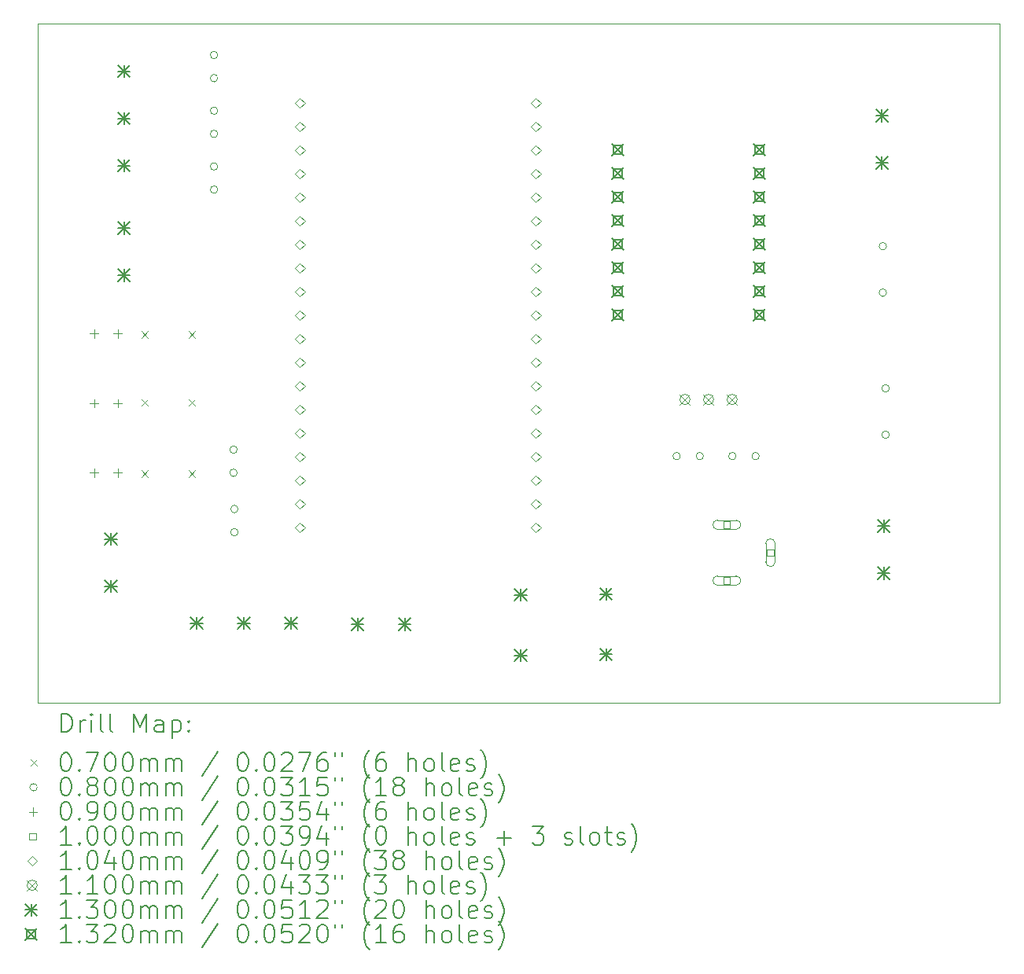
<source format=gbr>
%TF.GenerationSoftware,KiCad,Pcbnew,8.0.5*%
%TF.CreationDate,2025-03-25T03:55:57-06:00*%
%TF.ProjectId,CircuitoBanda,43697263-7569-4746-9f42-616e64612e6b,rev?*%
%TF.SameCoordinates,Original*%
%TF.FileFunction,Drillmap*%
%TF.FilePolarity,Positive*%
%FSLAX45Y45*%
G04 Gerber Fmt 4.5, Leading zero omitted, Abs format (unit mm)*
G04 Created by KiCad (PCBNEW 8.0.5) date 2025-03-25 03:55:57*
%MOMM*%
%LPD*%
G01*
G04 APERTURE LIST*
%ADD10C,0.050000*%
%ADD11C,0.200000*%
%ADD12C,0.100000*%
%ADD13C,0.104000*%
%ADD14C,0.110000*%
%ADD15C,0.130000*%
%ADD16C,0.132000*%
G04 APERTURE END LIST*
D10*
X0Y0D02*
X10360000Y0D01*
X10360000Y-7320000D01*
X0Y-7320000D01*
X0Y0D01*
D11*
D12*
X1121000Y-3315000D02*
X1191000Y-3385000D01*
X1191000Y-3315000D02*
X1121000Y-3385000D01*
X1121000Y-4045000D02*
X1191000Y-4115000D01*
X1191000Y-4045000D02*
X1121000Y-4115000D01*
X1121000Y-4815000D02*
X1191000Y-4885000D01*
X1191000Y-4815000D02*
X1121000Y-4885000D01*
X1629000Y-3315000D02*
X1699000Y-3385000D01*
X1699000Y-3315000D02*
X1629000Y-3385000D01*
X1629000Y-4045000D02*
X1699000Y-4115000D01*
X1699000Y-4045000D02*
X1629000Y-4115000D01*
X1629000Y-4815000D02*
X1699000Y-4885000D01*
X1699000Y-4815000D02*
X1629000Y-4885000D01*
X1940000Y-340000D02*
G75*
G02*
X1860000Y-340000I-40000J0D01*
G01*
X1860000Y-340000D02*
G75*
G02*
X1940000Y-340000I40000J0D01*
G01*
X1940000Y-590000D02*
G75*
G02*
X1860000Y-590000I-40000J0D01*
G01*
X1860000Y-590000D02*
G75*
G02*
X1940000Y-590000I40000J0D01*
G01*
X1940000Y-940000D02*
G75*
G02*
X1860000Y-940000I-40000J0D01*
G01*
X1860000Y-940000D02*
G75*
G02*
X1940000Y-940000I40000J0D01*
G01*
X1940000Y-1190000D02*
G75*
G02*
X1860000Y-1190000I-40000J0D01*
G01*
X1860000Y-1190000D02*
G75*
G02*
X1940000Y-1190000I40000J0D01*
G01*
X1940000Y-1540000D02*
G75*
G02*
X1860000Y-1540000I-40000J0D01*
G01*
X1860000Y-1540000D02*
G75*
G02*
X1940000Y-1540000I40000J0D01*
G01*
X1940000Y-1790000D02*
G75*
G02*
X1860000Y-1790000I-40000J0D01*
G01*
X1860000Y-1790000D02*
G75*
G02*
X1940000Y-1790000I40000J0D01*
G01*
X2150000Y-4590000D02*
G75*
G02*
X2070000Y-4590000I-40000J0D01*
G01*
X2070000Y-4590000D02*
G75*
G02*
X2150000Y-4590000I40000J0D01*
G01*
X2150000Y-4840000D02*
G75*
G02*
X2070000Y-4840000I-40000J0D01*
G01*
X2070000Y-4840000D02*
G75*
G02*
X2150000Y-4840000I40000J0D01*
G01*
X2160000Y-5230000D02*
G75*
G02*
X2080000Y-5230000I-40000J0D01*
G01*
X2080000Y-5230000D02*
G75*
G02*
X2160000Y-5230000I40000J0D01*
G01*
X2160000Y-5480000D02*
G75*
G02*
X2080000Y-5480000I-40000J0D01*
G01*
X2080000Y-5480000D02*
G75*
G02*
X2160000Y-5480000I40000J0D01*
G01*
X6920000Y-4660000D02*
G75*
G02*
X6840000Y-4660000I-40000J0D01*
G01*
X6840000Y-4660000D02*
G75*
G02*
X6920000Y-4660000I40000J0D01*
G01*
X7170000Y-4660000D02*
G75*
G02*
X7090000Y-4660000I-40000J0D01*
G01*
X7090000Y-4660000D02*
G75*
G02*
X7170000Y-4660000I40000J0D01*
G01*
X7520000Y-4660000D02*
G75*
G02*
X7440000Y-4660000I-40000J0D01*
G01*
X7440000Y-4660000D02*
G75*
G02*
X7520000Y-4660000I40000J0D01*
G01*
X7770000Y-4660000D02*
G75*
G02*
X7690000Y-4660000I-40000J0D01*
G01*
X7690000Y-4660000D02*
G75*
G02*
X7770000Y-4660000I40000J0D01*
G01*
X9140000Y-2400000D02*
G75*
G02*
X9060000Y-2400000I-40000J0D01*
G01*
X9060000Y-2400000D02*
G75*
G02*
X9140000Y-2400000I40000J0D01*
G01*
X9140000Y-2900000D02*
G75*
G02*
X9060000Y-2900000I-40000J0D01*
G01*
X9060000Y-2900000D02*
G75*
G02*
X9140000Y-2900000I40000J0D01*
G01*
X9170000Y-3930000D02*
G75*
G02*
X9090000Y-3930000I-40000J0D01*
G01*
X9090000Y-3930000D02*
G75*
G02*
X9170000Y-3930000I40000J0D01*
G01*
X9170000Y-4430000D02*
G75*
G02*
X9090000Y-4430000I-40000J0D01*
G01*
X9090000Y-4430000D02*
G75*
G02*
X9170000Y-4430000I40000J0D01*
G01*
X610000Y-3295000D02*
X610000Y-3385000D01*
X565000Y-3340000D02*
X655000Y-3340000D01*
X610000Y-4045000D02*
X610000Y-4135000D01*
X565000Y-4090000D02*
X655000Y-4090000D01*
X610000Y-4795000D02*
X610000Y-4885000D01*
X565000Y-4840000D02*
X655000Y-4840000D01*
X864000Y-3295000D02*
X864000Y-3385000D01*
X819000Y-3340000D02*
X909000Y-3340000D01*
X864000Y-4045000D02*
X864000Y-4135000D01*
X819000Y-4090000D02*
X909000Y-4090000D01*
X864000Y-4795000D02*
X864000Y-4885000D01*
X819000Y-4840000D02*
X909000Y-4840000D01*
X7455356Y-5435356D02*
X7455356Y-5364644D01*
X7384644Y-5364644D01*
X7384644Y-5435356D01*
X7455356Y-5435356D01*
X7320000Y-5450000D02*
X7520000Y-5450000D01*
X7520000Y-5350000D02*
G75*
G02*
X7520000Y-5450000I0J-50000D01*
G01*
X7520000Y-5350000D02*
X7320000Y-5350000D01*
X7320000Y-5350000D02*
G75*
G03*
X7320000Y-5450000I0J-50000D01*
G01*
X7455356Y-6035356D02*
X7455356Y-5964644D01*
X7384644Y-5964644D01*
X7384644Y-6035356D01*
X7455356Y-6035356D01*
X7320000Y-6050000D02*
X7520000Y-6050000D01*
X7520000Y-5950000D02*
G75*
G02*
X7520000Y-6050000I0J-50000D01*
G01*
X7520000Y-5950000D02*
X7320000Y-5950000D01*
X7320000Y-5950000D02*
G75*
G03*
X7320000Y-6050000I0J-50000D01*
G01*
X7925356Y-5735356D02*
X7925356Y-5664644D01*
X7854644Y-5664644D01*
X7854644Y-5735356D01*
X7925356Y-5735356D01*
X7940000Y-5800000D02*
X7940000Y-5600000D01*
X7840000Y-5600000D02*
G75*
G02*
X7940000Y-5600000I50000J0D01*
G01*
X7840000Y-5600000D02*
X7840000Y-5800000D01*
X7840000Y-5800000D02*
G75*
G03*
X7940000Y-5800000I50000J0D01*
G01*
D13*
X2825750Y-910000D02*
X2877750Y-858000D01*
X2825750Y-806000D01*
X2773750Y-858000D01*
X2825750Y-910000D01*
X2825750Y-1164000D02*
X2877750Y-1112000D01*
X2825750Y-1060000D01*
X2773750Y-1112000D01*
X2825750Y-1164000D01*
X2825750Y-1418000D02*
X2877750Y-1366000D01*
X2825750Y-1314000D01*
X2773750Y-1366000D01*
X2825750Y-1418000D01*
X2825750Y-1672000D02*
X2877750Y-1620000D01*
X2825750Y-1568000D01*
X2773750Y-1620000D01*
X2825750Y-1672000D01*
X2825750Y-1926000D02*
X2877750Y-1874000D01*
X2825750Y-1822000D01*
X2773750Y-1874000D01*
X2825750Y-1926000D01*
X2825750Y-2180000D02*
X2877750Y-2128000D01*
X2825750Y-2076000D01*
X2773750Y-2128000D01*
X2825750Y-2180000D01*
X2825750Y-2434000D02*
X2877750Y-2382000D01*
X2825750Y-2330000D01*
X2773750Y-2382000D01*
X2825750Y-2434000D01*
X2825750Y-2688000D02*
X2877750Y-2636000D01*
X2825750Y-2584000D01*
X2773750Y-2636000D01*
X2825750Y-2688000D01*
X2825750Y-2942000D02*
X2877750Y-2890000D01*
X2825750Y-2838000D01*
X2773750Y-2890000D01*
X2825750Y-2942000D01*
X2825750Y-3196000D02*
X2877750Y-3144000D01*
X2825750Y-3092000D01*
X2773750Y-3144000D01*
X2825750Y-3196000D01*
X2825750Y-3450000D02*
X2877750Y-3398000D01*
X2825750Y-3346000D01*
X2773750Y-3398000D01*
X2825750Y-3450000D01*
X2825750Y-3704000D02*
X2877750Y-3652000D01*
X2825750Y-3600000D01*
X2773750Y-3652000D01*
X2825750Y-3704000D01*
X2825750Y-3958000D02*
X2877750Y-3906000D01*
X2825750Y-3854000D01*
X2773750Y-3906000D01*
X2825750Y-3958000D01*
X2825750Y-4212000D02*
X2877750Y-4160000D01*
X2825750Y-4108000D01*
X2773750Y-4160000D01*
X2825750Y-4212000D01*
X2825750Y-4466000D02*
X2877750Y-4414000D01*
X2825750Y-4362000D01*
X2773750Y-4414000D01*
X2825750Y-4466000D01*
X2825750Y-4720000D02*
X2877750Y-4668000D01*
X2825750Y-4616000D01*
X2773750Y-4668000D01*
X2825750Y-4720000D01*
X2825750Y-4974000D02*
X2877750Y-4922000D01*
X2825750Y-4870000D01*
X2773750Y-4922000D01*
X2825750Y-4974000D01*
X2825750Y-5228000D02*
X2877750Y-5176000D01*
X2825750Y-5124000D01*
X2773750Y-5176000D01*
X2825750Y-5228000D01*
X2825750Y-5482000D02*
X2877750Y-5430000D01*
X2825750Y-5378000D01*
X2773750Y-5430000D01*
X2825750Y-5482000D01*
X5365750Y-910000D02*
X5417750Y-858000D01*
X5365750Y-806000D01*
X5313750Y-858000D01*
X5365750Y-910000D01*
X5365750Y-1164000D02*
X5417750Y-1112000D01*
X5365750Y-1060000D01*
X5313750Y-1112000D01*
X5365750Y-1164000D01*
X5365750Y-1418000D02*
X5417750Y-1366000D01*
X5365750Y-1314000D01*
X5313750Y-1366000D01*
X5365750Y-1418000D01*
X5365750Y-1672000D02*
X5417750Y-1620000D01*
X5365750Y-1568000D01*
X5313750Y-1620000D01*
X5365750Y-1672000D01*
X5365750Y-1926000D02*
X5417750Y-1874000D01*
X5365750Y-1822000D01*
X5313750Y-1874000D01*
X5365750Y-1926000D01*
X5365750Y-2180000D02*
X5417750Y-2128000D01*
X5365750Y-2076000D01*
X5313750Y-2128000D01*
X5365750Y-2180000D01*
X5365750Y-2434000D02*
X5417750Y-2382000D01*
X5365750Y-2330000D01*
X5313750Y-2382000D01*
X5365750Y-2434000D01*
X5365750Y-2688000D02*
X5417750Y-2636000D01*
X5365750Y-2584000D01*
X5313750Y-2636000D01*
X5365750Y-2688000D01*
X5365750Y-2942000D02*
X5417750Y-2890000D01*
X5365750Y-2838000D01*
X5313750Y-2890000D01*
X5365750Y-2942000D01*
X5365750Y-3196000D02*
X5417750Y-3144000D01*
X5365750Y-3092000D01*
X5313750Y-3144000D01*
X5365750Y-3196000D01*
X5365750Y-3450000D02*
X5417750Y-3398000D01*
X5365750Y-3346000D01*
X5313750Y-3398000D01*
X5365750Y-3450000D01*
X5365750Y-3704000D02*
X5417750Y-3652000D01*
X5365750Y-3600000D01*
X5313750Y-3652000D01*
X5365750Y-3704000D01*
X5365750Y-3958000D02*
X5417750Y-3906000D01*
X5365750Y-3854000D01*
X5313750Y-3906000D01*
X5365750Y-3958000D01*
X5365750Y-4212000D02*
X5417750Y-4160000D01*
X5365750Y-4108000D01*
X5313750Y-4160000D01*
X5365750Y-4212000D01*
X5365750Y-4466000D02*
X5417750Y-4414000D01*
X5365750Y-4362000D01*
X5313750Y-4414000D01*
X5365750Y-4466000D01*
X5365750Y-4720000D02*
X5417750Y-4668000D01*
X5365750Y-4616000D01*
X5313750Y-4668000D01*
X5365750Y-4720000D01*
X5365750Y-4974000D02*
X5417750Y-4922000D01*
X5365750Y-4870000D01*
X5313750Y-4922000D01*
X5365750Y-4974000D01*
X5365750Y-5228000D02*
X5417750Y-5176000D01*
X5365750Y-5124000D01*
X5313750Y-5176000D01*
X5365750Y-5228000D01*
X5365750Y-5482000D02*
X5417750Y-5430000D01*
X5365750Y-5378000D01*
X5313750Y-5430000D01*
X5365750Y-5482000D01*
D14*
X6915000Y-3995000D02*
X7025000Y-4105000D01*
X7025000Y-3995000D02*
X6915000Y-4105000D01*
X7025000Y-4050000D02*
G75*
G02*
X6915000Y-4050000I-55000J0D01*
G01*
X6915000Y-4050000D02*
G75*
G02*
X7025000Y-4050000I55000J0D01*
G01*
X7169000Y-3995000D02*
X7279000Y-4105000D01*
X7279000Y-3995000D02*
X7169000Y-4105000D01*
X7279000Y-4050000D02*
G75*
G02*
X7169000Y-4050000I-55000J0D01*
G01*
X7169000Y-4050000D02*
G75*
G02*
X7279000Y-4050000I55000J0D01*
G01*
X7423000Y-3995000D02*
X7533000Y-4105000D01*
X7533000Y-3995000D02*
X7423000Y-4105000D01*
X7533000Y-4050000D02*
G75*
G02*
X7423000Y-4050000I-55000J0D01*
G01*
X7423000Y-4050000D02*
G75*
G02*
X7533000Y-4050000I55000J0D01*
G01*
D15*
X725000Y-5487000D02*
X855000Y-5617000D01*
X855000Y-5487000D02*
X725000Y-5617000D01*
X790000Y-5487000D02*
X790000Y-5617000D01*
X725000Y-5552000D02*
X855000Y-5552000D01*
X725000Y-5995000D02*
X855000Y-6125000D01*
X855000Y-5995000D02*
X725000Y-6125000D01*
X790000Y-5995000D02*
X790000Y-6125000D01*
X725000Y-6060000D02*
X855000Y-6060000D01*
X865000Y-451500D02*
X995000Y-581500D01*
X995000Y-451500D02*
X865000Y-581500D01*
X930000Y-451500D02*
X930000Y-581500D01*
X865000Y-516500D02*
X995000Y-516500D01*
X865000Y-959500D02*
X995000Y-1089500D01*
X995000Y-959500D02*
X865000Y-1089500D01*
X930000Y-959500D02*
X930000Y-1089500D01*
X865000Y-1024500D02*
X995000Y-1024500D01*
X865000Y-1467500D02*
X995000Y-1597500D01*
X995000Y-1467500D02*
X865000Y-1597500D01*
X930000Y-1467500D02*
X930000Y-1597500D01*
X865000Y-1532500D02*
X995000Y-1532500D01*
X865000Y-2139500D02*
X995000Y-2269500D01*
X995000Y-2139500D02*
X865000Y-2269500D01*
X930000Y-2139500D02*
X930000Y-2269500D01*
X865000Y-2204500D02*
X995000Y-2204500D01*
X865000Y-2647500D02*
X995000Y-2777500D01*
X995000Y-2647500D02*
X865000Y-2777500D01*
X930000Y-2647500D02*
X930000Y-2777500D01*
X865000Y-2712500D02*
X995000Y-2712500D01*
X1649000Y-6395000D02*
X1779000Y-6525000D01*
X1779000Y-6395000D02*
X1649000Y-6525000D01*
X1714000Y-6395000D02*
X1714000Y-6525000D01*
X1649000Y-6460000D02*
X1779000Y-6460000D01*
X2157000Y-6395000D02*
X2287000Y-6525000D01*
X2287000Y-6395000D02*
X2157000Y-6525000D01*
X2222000Y-6395000D02*
X2222000Y-6525000D01*
X2157000Y-6460000D02*
X2287000Y-6460000D01*
X2665000Y-6395000D02*
X2795000Y-6525000D01*
X2795000Y-6395000D02*
X2665000Y-6525000D01*
X2730000Y-6395000D02*
X2730000Y-6525000D01*
X2665000Y-6460000D02*
X2795000Y-6460000D01*
X3380500Y-6405500D02*
X3510500Y-6535500D01*
X3510500Y-6405500D02*
X3380500Y-6535500D01*
X3445500Y-6405500D02*
X3445500Y-6535500D01*
X3380500Y-6470500D02*
X3510500Y-6470500D01*
X3888500Y-6405500D02*
X4018500Y-6535500D01*
X4018500Y-6405500D02*
X3888500Y-6535500D01*
X3953500Y-6405500D02*
X3953500Y-6535500D01*
X3888500Y-6470500D02*
X4018500Y-6470500D01*
X5135000Y-6090000D02*
X5265000Y-6220000D01*
X5265000Y-6090000D02*
X5135000Y-6220000D01*
X5200000Y-6090000D02*
X5200000Y-6220000D01*
X5135000Y-6155000D02*
X5265000Y-6155000D01*
X5135000Y-6740000D02*
X5265000Y-6870000D01*
X5265000Y-6740000D02*
X5135000Y-6870000D01*
X5200000Y-6740000D02*
X5200000Y-6870000D01*
X5135000Y-6805000D02*
X5265000Y-6805000D01*
X6055000Y-6080000D02*
X6185000Y-6210000D01*
X6185000Y-6080000D02*
X6055000Y-6210000D01*
X6120000Y-6080000D02*
X6120000Y-6210000D01*
X6055000Y-6145000D02*
X6185000Y-6145000D01*
X6055000Y-6730000D02*
X6185000Y-6860000D01*
X6185000Y-6730000D02*
X6055000Y-6860000D01*
X6120000Y-6730000D02*
X6120000Y-6860000D01*
X6055000Y-6795000D02*
X6185000Y-6795000D01*
X9025000Y-927000D02*
X9155000Y-1057000D01*
X9155000Y-927000D02*
X9025000Y-1057000D01*
X9090000Y-927000D02*
X9090000Y-1057000D01*
X9025000Y-992000D02*
X9155000Y-992000D01*
X9025000Y-1435000D02*
X9155000Y-1565000D01*
X9155000Y-1435000D02*
X9025000Y-1565000D01*
X9090000Y-1435000D02*
X9090000Y-1565000D01*
X9025000Y-1500000D02*
X9155000Y-1500000D01*
X9045000Y-5347000D02*
X9175000Y-5477000D01*
X9175000Y-5347000D02*
X9045000Y-5477000D01*
X9110000Y-5347000D02*
X9110000Y-5477000D01*
X9045000Y-5412000D02*
X9175000Y-5412000D01*
X9045000Y-5855000D02*
X9175000Y-5985000D01*
X9175000Y-5855000D02*
X9045000Y-5985000D01*
X9110000Y-5855000D02*
X9110000Y-5985000D01*
X9045000Y-5920000D02*
X9175000Y-5920000D01*
D16*
X6180000Y-1296000D02*
X6312000Y-1428000D01*
X6312000Y-1296000D02*
X6180000Y-1428000D01*
X6292669Y-1408669D02*
X6292669Y-1315331D01*
X6199330Y-1315331D01*
X6199330Y-1408669D01*
X6292669Y-1408669D01*
X6180000Y-1550000D02*
X6312000Y-1682000D01*
X6312000Y-1550000D02*
X6180000Y-1682000D01*
X6292669Y-1662669D02*
X6292669Y-1569330D01*
X6199330Y-1569330D01*
X6199330Y-1662669D01*
X6292669Y-1662669D01*
X6180000Y-1804000D02*
X6312000Y-1936000D01*
X6312000Y-1804000D02*
X6180000Y-1936000D01*
X6292669Y-1916669D02*
X6292669Y-1823330D01*
X6199330Y-1823330D01*
X6199330Y-1916669D01*
X6292669Y-1916669D01*
X6180000Y-2058000D02*
X6312000Y-2190000D01*
X6312000Y-2058000D02*
X6180000Y-2190000D01*
X6292669Y-2170670D02*
X6292669Y-2077330D01*
X6199330Y-2077330D01*
X6199330Y-2170670D01*
X6292669Y-2170670D01*
X6180000Y-2312000D02*
X6312000Y-2444000D01*
X6312000Y-2312000D02*
X6180000Y-2444000D01*
X6292669Y-2424670D02*
X6292669Y-2331331D01*
X6199330Y-2331331D01*
X6199330Y-2424670D01*
X6292669Y-2424670D01*
X6180000Y-2566000D02*
X6312000Y-2698000D01*
X6312000Y-2566000D02*
X6180000Y-2698000D01*
X6292669Y-2678670D02*
X6292669Y-2585331D01*
X6199330Y-2585331D01*
X6199330Y-2678670D01*
X6292669Y-2678670D01*
X6180000Y-2820000D02*
X6312000Y-2952000D01*
X6312000Y-2820000D02*
X6180000Y-2952000D01*
X6292669Y-2932669D02*
X6292669Y-2839330D01*
X6199330Y-2839330D01*
X6199330Y-2932669D01*
X6292669Y-2932669D01*
X6180000Y-3074000D02*
X6312000Y-3206000D01*
X6312000Y-3074000D02*
X6180000Y-3206000D01*
X6292669Y-3186669D02*
X6292669Y-3093330D01*
X6199330Y-3093330D01*
X6199330Y-3186669D01*
X6292669Y-3186669D01*
X7704000Y-1296000D02*
X7836000Y-1428000D01*
X7836000Y-1296000D02*
X7704000Y-1428000D01*
X7816669Y-1408669D02*
X7816669Y-1315331D01*
X7723330Y-1315331D01*
X7723330Y-1408669D01*
X7816669Y-1408669D01*
X7704000Y-1550000D02*
X7836000Y-1682000D01*
X7836000Y-1550000D02*
X7704000Y-1682000D01*
X7816669Y-1662669D02*
X7816669Y-1569330D01*
X7723330Y-1569330D01*
X7723330Y-1662669D01*
X7816669Y-1662669D01*
X7704000Y-1804000D02*
X7836000Y-1936000D01*
X7836000Y-1804000D02*
X7704000Y-1936000D01*
X7816669Y-1916669D02*
X7816669Y-1823330D01*
X7723330Y-1823330D01*
X7723330Y-1916669D01*
X7816669Y-1916669D01*
X7704000Y-2058000D02*
X7836000Y-2190000D01*
X7836000Y-2058000D02*
X7704000Y-2190000D01*
X7816669Y-2170670D02*
X7816669Y-2077330D01*
X7723330Y-2077330D01*
X7723330Y-2170670D01*
X7816669Y-2170670D01*
X7704000Y-2312000D02*
X7836000Y-2444000D01*
X7836000Y-2312000D02*
X7704000Y-2444000D01*
X7816669Y-2424670D02*
X7816669Y-2331331D01*
X7723330Y-2331331D01*
X7723330Y-2424670D01*
X7816669Y-2424670D01*
X7704000Y-2566000D02*
X7836000Y-2698000D01*
X7836000Y-2566000D02*
X7704000Y-2698000D01*
X7816669Y-2678670D02*
X7816669Y-2585331D01*
X7723330Y-2585331D01*
X7723330Y-2678670D01*
X7816669Y-2678670D01*
X7704000Y-2820000D02*
X7836000Y-2952000D01*
X7836000Y-2820000D02*
X7704000Y-2952000D01*
X7816669Y-2932669D02*
X7816669Y-2839330D01*
X7723330Y-2839330D01*
X7723330Y-2932669D01*
X7816669Y-2932669D01*
X7704000Y-3074000D02*
X7836000Y-3206000D01*
X7836000Y-3074000D02*
X7704000Y-3206000D01*
X7816669Y-3186669D02*
X7816669Y-3093330D01*
X7723330Y-3093330D01*
X7723330Y-3186669D01*
X7816669Y-3186669D01*
D11*
X258277Y-7633984D02*
X258277Y-7433984D01*
X258277Y-7433984D02*
X305896Y-7433984D01*
X305896Y-7433984D02*
X334467Y-7443508D01*
X334467Y-7443508D02*
X353515Y-7462555D01*
X353515Y-7462555D02*
X363039Y-7481603D01*
X363039Y-7481603D02*
X372562Y-7519698D01*
X372562Y-7519698D02*
X372562Y-7548269D01*
X372562Y-7548269D02*
X363039Y-7586365D01*
X363039Y-7586365D02*
X353515Y-7605412D01*
X353515Y-7605412D02*
X334467Y-7624460D01*
X334467Y-7624460D02*
X305896Y-7633984D01*
X305896Y-7633984D02*
X258277Y-7633984D01*
X458277Y-7633984D02*
X458277Y-7500650D01*
X458277Y-7538746D02*
X467801Y-7519698D01*
X467801Y-7519698D02*
X477324Y-7510174D01*
X477324Y-7510174D02*
X496372Y-7500650D01*
X496372Y-7500650D02*
X515420Y-7500650D01*
X582086Y-7633984D02*
X582086Y-7500650D01*
X582086Y-7433984D02*
X572563Y-7443508D01*
X572563Y-7443508D02*
X582086Y-7453031D01*
X582086Y-7453031D02*
X591610Y-7443508D01*
X591610Y-7443508D02*
X582086Y-7433984D01*
X582086Y-7433984D02*
X582086Y-7453031D01*
X705896Y-7633984D02*
X686848Y-7624460D01*
X686848Y-7624460D02*
X677324Y-7605412D01*
X677324Y-7605412D02*
X677324Y-7433984D01*
X810658Y-7633984D02*
X791610Y-7624460D01*
X791610Y-7624460D02*
X782086Y-7605412D01*
X782086Y-7605412D02*
X782086Y-7433984D01*
X1039229Y-7633984D02*
X1039229Y-7433984D01*
X1039229Y-7433984D02*
X1105896Y-7576841D01*
X1105896Y-7576841D02*
X1172563Y-7433984D01*
X1172563Y-7433984D02*
X1172563Y-7633984D01*
X1353515Y-7633984D02*
X1353515Y-7529222D01*
X1353515Y-7529222D02*
X1343991Y-7510174D01*
X1343991Y-7510174D02*
X1324944Y-7500650D01*
X1324944Y-7500650D02*
X1286848Y-7500650D01*
X1286848Y-7500650D02*
X1267801Y-7510174D01*
X1353515Y-7624460D02*
X1334467Y-7633984D01*
X1334467Y-7633984D02*
X1286848Y-7633984D01*
X1286848Y-7633984D02*
X1267801Y-7624460D01*
X1267801Y-7624460D02*
X1258277Y-7605412D01*
X1258277Y-7605412D02*
X1258277Y-7586365D01*
X1258277Y-7586365D02*
X1267801Y-7567317D01*
X1267801Y-7567317D02*
X1286848Y-7557793D01*
X1286848Y-7557793D02*
X1334467Y-7557793D01*
X1334467Y-7557793D02*
X1353515Y-7548269D01*
X1448753Y-7500650D02*
X1448753Y-7700650D01*
X1448753Y-7510174D02*
X1467801Y-7500650D01*
X1467801Y-7500650D02*
X1505896Y-7500650D01*
X1505896Y-7500650D02*
X1524943Y-7510174D01*
X1524943Y-7510174D02*
X1534467Y-7519698D01*
X1534467Y-7519698D02*
X1543991Y-7538746D01*
X1543991Y-7538746D02*
X1543991Y-7595888D01*
X1543991Y-7595888D02*
X1534467Y-7614936D01*
X1534467Y-7614936D02*
X1524943Y-7624460D01*
X1524943Y-7624460D02*
X1505896Y-7633984D01*
X1505896Y-7633984D02*
X1467801Y-7633984D01*
X1467801Y-7633984D02*
X1448753Y-7624460D01*
X1629705Y-7614936D02*
X1639229Y-7624460D01*
X1639229Y-7624460D02*
X1629705Y-7633984D01*
X1629705Y-7633984D02*
X1620182Y-7624460D01*
X1620182Y-7624460D02*
X1629705Y-7614936D01*
X1629705Y-7614936D02*
X1629705Y-7633984D01*
X1629705Y-7510174D02*
X1639229Y-7519698D01*
X1639229Y-7519698D02*
X1629705Y-7529222D01*
X1629705Y-7529222D02*
X1620182Y-7519698D01*
X1620182Y-7519698D02*
X1629705Y-7510174D01*
X1629705Y-7510174D02*
X1629705Y-7529222D01*
D12*
X-72500Y-7927500D02*
X-2500Y-7997500D01*
X-2500Y-7927500D02*
X-72500Y-7997500D01*
D11*
X296372Y-7853984D02*
X315420Y-7853984D01*
X315420Y-7853984D02*
X334467Y-7863508D01*
X334467Y-7863508D02*
X343991Y-7873031D01*
X343991Y-7873031D02*
X353515Y-7892079D01*
X353515Y-7892079D02*
X363039Y-7930174D01*
X363039Y-7930174D02*
X363039Y-7977793D01*
X363039Y-7977793D02*
X353515Y-8015888D01*
X353515Y-8015888D02*
X343991Y-8034936D01*
X343991Y-8034936D02*
X334467Y-8044460D01*
X334467Y-8044460D02*
X315420Y-8053984D01*
X315420Y-8053984D02*
X296372Y-8053984D01*
X296372Y-8053984D02*
X277324Y-8044460D01*
X277324Y-8044460D02*
X267801Y-8034936D01*
X267801Y-8034936D02*
X258277Y-8015888D01*
X258277Y-8015888D02*
X248753Y-7977793D01*
X248753Y-7977793D02*
X248753Y-7930174D01*
X248753Y-7930174D02*
X258277Y-7892079D01*
X258277Y-7892079D02*
X267801Y-7873031D01*
X267801Y-7873031D02*
X277324Y-7863508D01*
X277324Y-7863508D02*
X296372Y-7853984D01*
X448753Y-8034936D02*
X458277Y-8044460D01*
X458277Y-8044460D02*
X448753Y-8053984D01*
X448753Y-8053984D02*
X439229Y-8044460D01*
X439229Y-8044460D02*
X448753Y-8034936D01*
X448753Y-8034936D02*
X448753Y-8053984D01*
X524944Y-7853984D02*
X658277Y-7853984D01*
X658277Y-7853984D02*
X572563Y-8053984D01*
X772562Y-7853984D02*
X791610Y-7853984D01*
X791610Y-7853984D02*
X810658Y-7863508D01*
X810658Y-7863508D02*
X820182Y-7873031D01*
X820182Y-7873031D02*
X829705Y-7892079D01*
X829705Y-7892079D02*
X839229Y-7930174D01*
X839229Y-7930174D02*
X839229Y-7977793D01*
X839229Y-7977793D02*
X829705Y-8015888D01*
X829705Y-8015888D02*
X820182Y-8034936D01*
X820182Y-8034936D02*
X810658Y-8044460D01*
X810658Y-8044460D02*
X791610Y-8053984D01*
X791610Y-8053984D02*
X772562Y-8053984D01*
X772562Y-8053984D02*
X753515Y-8044460D01*
X753515Y-8044460D02*
X743991Y-8034936D01*
X743991Y-8034936D02*
X734467Y-8015888D01*
X734467Y-8015888D02*
X724943Y-7977793D01*
X724943Y-7977793D02*
X724943Y-7930174D01*
X724943Y-7930174D02*
X734467Y-7892079D01*
X734467Y-7892079D02*
X743991Y-7873031D01*
X743991Y-7873031D02*
X753515Y-7863508D01*
X753515Y-7863508D02*
X772562Y-7853984D01*
X963039Y-7853984D02*
X982086Y-7853984D01*
X982086Y-7853984D02*
X1001134Y-7863508D01*
X1001134Y-7863508D02*
X1010658Y-7873031D01*
X1010658Y-7873031D02*
X1020182Y-7892079D01*
X1020182Y-7892079D02*
X1029705Y-7930174D01*
X1029705Y-7930174D02*
X1029705Y-7977793D01*
X1029705Y-7977793D02*
X1020182Y-8015888D01*
X1020182Y-8015888D02*
X1010658Y-8034936D01*
X1010658Y-8034936D02*
X1001134Y-8044460D01*
X1001134Y-8044460D02*
X982086Y-8053984D01*
X982086Y-8053984D02*
X963039Y-8053984D01*
X963039Y-8053984D02*
X943991Y-8044460D01*
X943991Y-8044460D02*
X934467Y-8034936D01*
X934467Y-8034936D02*
X924943Y-8015888D01*
X924943Y-8015888D02*
X915420Y-7977793D01*
X915420Y-7977793D02*
X915420Y-7930174D01*
X915420Y-7930174D02*
X924943Y-7892079D01*
X924943Y-7892079D02*
X934467Y-7873031D01*
X934467Y-7873031D02*
X943991Y-7863508D01*
X943991Y-7863508D02*
X963039Y-7853984D01*
X1115420Y-8053984D02*
X1115420Y-7920650D01*
X1115420Y-7939698D02*
X1124944Y-7930174D01*
X1124944Y-7930174D02*
X1143991Y-7920650D01*
X1143991Y-7920650D02*
X1172563Y-7920650D01*
X1172563Y-7920650D02*
X1191610Y-7930174D01*
X1191610Y-7930174D02*
X1201134Y-7949222D01*
X1201134Y-7949222D02*
X1201134Y-8053984D01*
X1201134Y-7949222D02*
X1210658Y-7930174D01*
X1210658Y-7930174D02*
X1229705Y-7920650D01*
X1229705Y-7920650D02*
X1258277Y-7920650D01*
X1258277Y-7920650D02*
X1277325Y-7930174D01*
X1277325Y-7930174D02*
X1286848Y-7949222D01*
X1286848Y-7949222D02*
X1286848Y-8053984D01*
X1382086Y-8053984D02*
X1382086Y-7920650D01*
X1382086Y-7939698D02*
X1391610Y-7930174D01*
X1391610Y-7930174D02*
X1410658Y-7920650D01*
X1410658Y-7920650D02*
X1439229Y-7920650D01*
X1439229Y-7920650D02*
X1458277Y-7930174D01*
X1458277Y-7930174D02*
X1467801Y-7949222D01*
X1467801Y-7949222D02*
X1467801Y-8053984D01*
X1467801Y-7949222D02*
X1477324Y-7930174D01*
X1477324Y-7930174D02*
X1496372Y-7920650D01*
X1496372Y-7920650D02*
X1524943Y-7920650D01*
X1524943Y-7920650D02*
X1543991Y-7930174D01*
X1543991Y-7930174D02*
X1553515Y-7949222D01*
X1553515Y-7949222D02*
X1553515Y-8053984D01*
X1943991Y-7844460D02*
X1772563Y-8101603D01*
X2201134Y-7853984D02*
X2220182Y-7853984D01*
X2220182Y-7853984D02*
X2239229Y-7863508D01*
X2239229Y-7863508D02*
X2248753Y-7873031D01*
X2248753Y-7873031D02*
X2258277Y-7892079D01*
X2258277Y-7892079D02*
X2267801Y-7930174D01*
X2267801Y-7930174D02*
X2267801Y-7977793D01*
X2267801Y-7977793D02*
X2258277Y-8015888D01*
X2258277Y-8015888D02*
X2248753Y-8034936D01*
X2248753Y-8034936D02*
X2239229Y-8044460D01*
X2239229Y-8044460D02*
X2220182Y-8053984D01*
X2220182Y-8053984D02*
X2201134Y-8053984D01*
X2201134Y-8053984D02*
X2182087Y-8044460D01*
X2182087Y-8044460D02*
X2172563Y-8034936D01*
X2172563Y-8034936D02*
X2163039Y-8015888D01*
X2163039Y-8015888D02*
X2153515Y-7977793D01*
X2153515Y-7977793D02*
X2153515Y-7930174D01*
X2153515Y-7930174D02*
X2163039Y-7892079D01*
X2163039Y-7892079D02*
X2172563Y-7873031D01*
X2172563Y-7873031D02*
X2182087Y-7863508D01*
X2182087Y-7863508D02*
X2201134Y-7853984D01*
X2353515Y-8034936D02*
X2363039Y-8044460D01*
X2363039Y-8044460D02*
X2353515Y-8053984D01*
X2353515Y-8053984D02*
X2343991Y-8044460D01*
X2343991Y-8044460D02*
X2353515Y-8034936D01*
X2353515Y-8034936D02*
X2353515Y-8053984D01*
X2486848Y-7853984D02*
X2505896Y-7853984D01*
X2505896Y-7853984D02*
X2524944Y-7863508D01*
X2524944Y-7863508D02*
X2534468Y-7873031D01*
X2534468Y-7873031D02*
X2543991Y-7892079D01*
X2543991Y-7892079D02*
X2553515Y-7930174D01*
X2553515Y-7930174D02*
X2553515Y-7977793D01*
X2553515Y-7977793D02*
X2543991Y-8015888D01*
X2543991Y-8015888D02*
X2534468Y-8034936D01*
X2534468Y-8034936D02*
X2524944Y-8044460D01*
X2524944Y-8044460D02*
X2505896Y-8053984D01*
X2505896Y-8053984D02*
X2486848Y-8053984D01*
X2486848Y-8053984D02*
X2467801Y-8044460D01*
X2467801Y-8044460D02*
X2458277Y-8034936D01*
X2458277Y-8034936D02*
X2448753Y-8015888D01*
X2448753Y-8015888D02*
X2439229Y-7977793D01*
X2439229Y-7977793D02*
X2439229Y-7930174D01*
X2439229Y-7930174D02*
X2448753Y-7892079D01*
X2448753Y-7892079D02*
X2458277Y-7873031D01*
X2458277Y-7873031D02*
X2467801Y-7863508D01*
X2467801Y-7863508D02*
X2486848Y-7853984D01*
X2629706Y-7873031D02*
X2639229Y-7863508D01*
X2639229Y-7863508D02*
X2658277Y-7853984D01*
X2658277Y-7853984D02*
X2705896Y-7853984D01*
X2705896Y-7853984D02*
X2724944Y-7863508D01*
X2724944Y-7863508D02*
X2734468Y-7873031D01*
X2734468Y-7873031D02*
X2743991Y-7892079D01*
X2743991Y-7892079D02*
X2743991Y-7911127D01*
X2743991Y-7911127D02*
X2734468Y-7939698D01*
X2734468Y-7939698D02*
X2620182Y-8053984D01*
X2620182Y-8053984D02*
X2743991Y-8053984D01*
X2810658Y-7853984D02*
X2943991Y-7853984D01*
X2943991Y-7853984D02*
X2858277Y-8053984D01*
X3105896Y-7853984D02*
X3067801Y-7853984D01*
X3067801Y-7853984D02*
X3048753Y-7863508D01*
X3048753Y-7863508D02*
X3039229Y-7873031D01*
X3039229Y-7873031D02*
X3020182Y-7901603D01*
X3020182Y-7901603D02*
X3010658Y-7939698D01*
X3010658Y-7939698D02*
X3010658Y-8015888D01*
X3010658Y-8015888D02*
X3020182Y-8034936D01*
X3020182Y-8034936D02*
X3029706Y-8044460D01*
X3029706Y-8044460D02*
X3048753Y-8053984D01*
X3048753Y-8053984D02*
X3086848Y-8053984D01*
X3086848Y-8053984D02*
X3105896Y-8044460D01*
X3105896Y-8044460D02*
X3115420Y-8034936D01*
X3115420Y-8034936D02*
X3124944Y-8015888D01*
X3124944Y-8015888D02*
X3124944Y-7968269D01*
X3124944Y-7968269D02*
X3115420Y-7949222D01*
X3115420Y-7949222D02*
X3105896Y-7939698D01*
X3105896Y-7939698D02*
X3086848Y-7930174D01*
X3086848Y-7930174D02*
X3048753Y-7930174D01*
X3048753Y-7930174D02*
X3029706Y-7939698D01*
X3029706Y-7939698D02*
X3020182Y-7949222D01*
X3020182Y-7949222D02*
X3010658Y-7968269D01*
X3201134Y-7853984D02*
X3201134Y-7892079D01*
X3277325Y-7853984D02*
X3277325Y-7892079D01*
X3572563Y-8130174D02*
X3563039Y-8120650D01*
X3563039Y-8120650D02*
X3543991Y-8092079D01*
X3543991Y-8092079D02*
X3534468Y-8073031D01*
X3534468Y-8073031D02*
X3524944Y-8044460D01*
X3524944Y-8044460D02*
X3515420Y-7996841D01*
X3515420Y-7996841D02*
X3515420Y-7958746D01*
X3515420Y-7958746D02*
X3524944Y-7911127D01*
X3524944Y-7911127D02*
X3534468Y-7882555D01*
X3534468Y-7882555D02*
X3543991Y-7863508D01*
X3543991Y-7863508D02*
X3563039Y-7834936D01*
X3563039Y-7834936D02*
X3572563Y-7825412D01*
X3734468Y-7853984D02*
X3696372Y-7853984D01*
X3696372Y-7853984D02*
X3677325Y-7863508D01*
X3677325Y-7863508D02*
X3667801Y-7873031D01*
X3667801Y-7873031D02*
X3648753Y-7901603D01*
X3648753Y-7901603D02*
X3639229Y-7939698D01*
X3639229Y-7939698D02*
X3639229Y-8015888D01*
X3639229Y-8015888D02*
X3648753Y-8034936D01*
X3648753Y-8034936D02*
X3658277Y-8044460D01*
X3658277Y-8044460D02*
X3677325Y-8053984D01*
X3677325Y-8053984D02*
X3715420Y-8053984D01*
X3715420Y-8053984D02*
X3734468Y-8044460D01*
X3734468Y-8044460D02*
X3743991Y-8034936D01*
X3743991Y-8034936D02*
X3753515Y-8015888D01*
X3753515Y-8015888D02*
X3753515Y-7968269D01*
X3753515Y-7968269D02*
X3743991Y-7949222D01*
X3743991Y-7949222D02*
X3734468Y-7939698D01*
X3734468Y-7939698D02*
X3715420Y-7930174D01*
X3715420Y-7930174D02*
X3677325Y-7930174D01*
X3677325Y-7930174D02*
X3658277Y-7939698D01*
X3658277Y-7939698D02*
X3648753Y-7949222D01*
X3648753Y-7949222D02*
X3639229Y-7968269D01*
X3991610Y-8053984D02*
X3991610Y-7853984D01*
X4077325Y-8053984D02*
X4077325Y-7949222D01*
X4077325Y-7949222D02*
X4067801Y-7930174D01*
X4067801Y-7930174D02*
X4048753Y-7920650D01*
X4048753Y-7920650D02*
X4020182Y-7920650D01*
X4020182Y-7920650D02*
X4001134Y-7930174D01*
X4001134Y-7930174D02*
X3991610Y-7939698D01*
X4201134Y-8053984D02*
X4182087Y-8044460D01*
X4182087Y-8044460D02*
X4172563Y-8034936D01*
X4172563Y-8034936D02*
X4163039Y-8015888D01*
X4163039Y-8015888D02*
X4163039Y-7958746D01*
X4163039Y-7958746D02*
X4172563Y-7939698D01*
X4172563Y-7939698D02*
X4182087Y-7930174D01*
X4182087Y-7930174D02*
X4201134Y-7920650D01*
X4201134Y-7920650D02*
X4229706Y-7920650D01*
X4229706Y-7920650D02*
X4248753Y-7930174D01*
X4248753Y-7930174D02*
X4258277Y-7939698D01*
X4258277Y-7939698D02*
X4267801Y-7958746D01*
X4267801Y-7958746D02*
X4267801Y-8015888D01*
X4267801Y-8015888D02*
X4258277Y-8034936D01*
X4258277Y-8034936D02*
X4248753Y-8044460D01*
X4248753Y-8044460D02*
X4229706Y-8053984D01*
X4229706Y-8053984D02*
X4201134Y-8053984D01*
X4382087Y-8053984D02*
X4363039Y-8044460D01*
X4363039Y-8044460D02*
X4353515Y-8025412D01*
X4353515Y-8025412D02*
X4353515Y-7853984D01*
X4534468Y-8044460D02*
X4515420Y-8053984D01*
X4515420Y-8053984D02*
X4477325Y-8053984D01*
X4477325Y-8053984D02*
X4458277Y-8044460D01*
X4458277Y-8044460D02*
X4448753Y-8025412D01*
X4448753Y-8025412D02*
X4448753Y-7949222D01*
X4448753Y-7949222D02*
X4458277Y-7930174D01*
X4458277Y-7930174D02*
X4477325Y-7920650D01*
X4477325Y-7920650D02*
X4515420Y-7920650D01*
X4515420Y-7920650D02*
X4534468Y-7930174D01*
X4534468Y-7930174D02*
X4543992Y-7949222D01*
X4543992Y-7949222D02*
X4543992Y-7968269D01*
X4543992Y-7968269D02*
X4448753Y-7987317D01*
X4620182Y-8044460D02*
X4639230Y-8053984D01*
X4639230Y-8053984D02*
X4677325Y-8053984D01*
X4677325Y-8053984D02*
X4696373Y-8044460D01*
X4696373Y-8044460D02*
X4705896Y-8025412D01*
X4705896Y-8025412D02*
X4705896Y-8015888D01*
X4705896Y-8015888D02*
X4696373Y-7996841D01*
X4696373Y-7996841D02*
X4677325Y-7987317D01*
X4677325Y-7987317D02*
X4648753Y-7987317D01*
X4648753Y-7987317D02*
X4629706Y-7977793D01*
X4629706Y-7977793D02*
X4620182Y-7958746D01*
X4620182Y-7958746D02*
X4620182Y-7949222D01*
X4620182Y-7949222D02*
X4629706Y-7930174D01*
X4629706Y-7930174D02*
X4648753Y-7920650D01*
X4648753Y-7920650D02*
X4677325Y-7920650D01*
X4677325Y-7920650D02*
X4696373Y-7930174D01*
X4772563Y-8130174D02*
X4782087Y-8120650D01*
X4782087Y-8120650D02*
X4801134Y-8092079D01*
X4801134Y-8092079D02*
X4810658Y-8073031D01*
X4810658Y-8073031D02*
X4820182Y-8044460D01*
X4820182Y-8044460D02*
X4829706Y-7996841D01*
X4829706Y-7996841D02*
X4829706Y-7958746D01*
X4829706Y-7958746D02*
X4820182Y-7911127D01*
X4820182Y-7911127D02*
X4810658Y-7882555D01*
X4810658Y-7882555D02*
X4801134Y-7863508D01*
X4801134Y-7863508D02*
X4782087Y-7834936D01*
X4782087Y-7834936D02*
X4772563Y-7825412D01*
D12*
X-2500Y-8226500D02*
G75*
G02*
X-82500Y-8226500I-40000J0D01*
G01*
X-82500Y-8226500D02*
G75*
G02*
X-2500Y-8226500I40000J0D01*
G01*
D11*
X296372Y-8117984D02*
X315420Y-8117984D01*
X315420Y-8117984D02*
X334467Y-8127508D01*
X334467Y-8127508D02*
X343991Y-8137031D01*
X343991Y-8137031D02*
X353515Y-8156079D01*
X353515Y-8156079D02*
X363039Y-8194174D01*
X363039Y-8194174D02*
X363039Y-8241793D01*
X363039Y-8241793D02*
X353515Y-8279888D01*
X353515Y-8279888D02*
X343991Y-8298936D01*
X343991Y-8298936D02*
X334467Y-8308460D01*
X334467Y-8308460D02*
X315420Y-8317984D01*
X315420Y-8317984D02*
X296372Y-8317984D01*
X296372Y-8317984D02*
X277324Y-8308460D01*
X277324Y-8308460D02*
X267801Y-8298936D01*
X267801Y-8298936D02*
X258277Y-8279888D01*
X258277Y-8279888D02*
X248753Y-8241793D01*
X248753Y-8241793D02*
X248753Y-8194174D01*
X248753Y-8194174D02*
X258277Y-8156079D01*
X258277Y-8156079D02*
X267801Y-8137031D01*
X267801Y-8137031D02*
X277324Y-8127508D01*
X277324Y-8127508D02*
X296372Y-8117984D01*
X448753Y-8298936D02*
X458277Y-8308460D01*
X458277Y-8308460D02*
X448753Y-8317984D01*
X448753Y-8317984D02*
X439229Y-8308460D01*
X439229Y-8308460D02*
X448753Y-8298936D01*
X448753Y-8298936D02*
X448753Y-8317984D01*
X572563Y-8203698D02*
X553515Y-8194174D01*
X553515Y-8194174D02*
X543991Y-8184650D01*
X543991Y-8184650D02*
X534467Y-8165603D01*
X534467Y-8165603D02*
X534467Y-8156079D01*
X534467Y-8156079D02*
X543991Y-8137031D01*
X543991Y-8137031D02*
X553515Y-8127508D01*
X553515Y-8127508D02*
X572563Y-8117984D01*
X572563Y-8117984D02*
X610658Y-8117984D01*
X610658Y-8117984D02*
X629705Y-8127508D01*
X629705Y-8127508D02*
X639229Y-8137031D01*
X639229Y-8137031D02*
X648753Y-8156079D01*
X648753Y-8156079D02*
X648753Y-8165603D01*
X648753Y-8165603D02*
X639229Y-8184650D01*
X639229Y-8184650D02*
X629705Y-8194174D01*
X629705Y-8194174D02*
X610658Y-8203698D01*
X610658Y-8203698D02*
X572563Y-8203698D01*
X572563Y-8203698D02*
X553515Y-8213222D01*
X553515Y-8213222D02*
X543991Y-8222746D01*
X543991Y-8222746D02*
X534467Y-8241793D01*
X534467Y-8241793D02*
X534467Y-8279888D01*
X534467Y-8279888D02*
X543991Y-8298936D01*
X543991Y-8298936D02*
X553515Y-8308460D01*
X553515Y-8308460D02*
X572563Y-8317984D01*
X572563Y-8317984D02*
X610658Y-8317984D01*
X610658Y-8317984D02*
X629705Y-8308460D01*
X629705Y-8308460D02*
X639229Y-8298936D01*
X639229Y-8298936D02*
X648753Y-8279888D01*
X648753Y-8279888D02*
X648753Y-8241793D01*
X648753Y-8241793D02*
X639229Y-8222746D01*
X639229Y-8222746D02*
X629705Y-8213222D01*
X629705Y-8213222D02*
X610658Y-8203698D01*
X772562Y-8117984D02*
X791610Y-8117984D01*
X791610Y-8117984D02*
X810658Y-8127508D01*
X810658Y-8127508D02*
X820182Y-8137031D01*
X820182Y-8137031D02*
X829705Y-8156079D01*
X829705Y-8156079D02*
X839229Y-8194174D01*
X839229Y-8194174D02*
X839229Y-8241793D01*
X839229Y-8241793D02*
X829705Y-8279888D01*
X829705Y-8279888D02*
X820182Y-8298936D01*
X820182Y-8298936D02*
X810658Y-8308460D01*
X810658Y-8308460D02*
X791610Y-8317984D01*
X791610Y-8317984D02*
X772562Y-8317984D01*
X772562Y-8317984D02*
X753515Y-8308460D01*
X753515Y-8308460D02*
X743991Y-8298936D01*
X743991Y-8298936D02*
X734467Y-8279888D01*
X734467Y-8279888D02*
X724943Y-8241793D01*
X724943Y-8241793D02*
X724943Y-8194174D01*
X724943Y-8194174D02*
X734467Y-8156079D01*
X734467Y-8156079D02*
X743991Y-8137031D01*
X743991Y-8137031D02*
X753515Y-8127508D01*
X753515Y-8127508D02*
X772562Y-8117984D01*
X963039Y-8117984D02*
X982086Y-8117984D01*
X982086Y-8117984D02*
X1001134Y-8127508D01*
X1001134Y-8127508D02*
X1010658Y-8137031D01*
X1010658Y-8137031D02*
X1020182Y-8156079D01*
X1020182Y-8156079D02*
X1029705Y-8194174D01*
X1029705Y-8194174D02*
X1029705Y-8241793D01*
X1029705Y-8241793D02*
X1020182Y-8279888D01*
X1020182Y-8279888D02*
X1010658Y-8298936D01*
X1010658Y-8298936D02*
X1001134Y-8308460D01*
X1001134Y-8308460D02*
X982086Y-8317984D01*
X982086Y-8317984D02*
X963039Y-8317984D01*
X963039Y-8317984D02*
X943991Y-8308460D01*
X943991Y-8308460D02*
X934467Y-8298936D01*
X934467Y-8298936D02*
X924943Y-8279888D01*
X924943Y-8279888D02*
X915420Y-8241793D01*
X915420Y-8241793D02*
X915420Y-8194174D01*
X915420Y-8194174D02*
X924943Y-8156079D01*
X924943Y-8156079D02*
X934467Y-8137031D01*
X934467Y-8137031D02*
X943991Y-8127508D01*
X943991Y-8127508D02*
X963039Y-8117984D01*
X1115420Y-8317984D02*
X1115420Y-8184650D01*
X1115420Y-8203698D02*
X1124944Y-8194174D01*
X1124944Y-8194174D02*
X1143991Y-8184650D01*
X1143991Y-8184650D02*
X1172563Y-8184650D01*
X1172563Y-8184650D02*
X1191610Y-8194174D01*
X1191610Y-8194174D02*
X1201134Y-8213222D01*
X1201134Y-8213222D02*
X1201134Y-8317984D01*
X1201134Y-8213222D02*
X1210658Y-8194174D01*
X1210658Y-8194174D02*
X1229705Y-8184650D01*
X1229705Y-8184650D02*
X1258277Y-8184650D01*
X1258277Y-8184650D02*
X1277325Y-8194174D01*
X1277325Y-8194174D02*
X1286848Y-8213222D01*
X1286848Y-8213222D02*
X1286848Y-8317984D01*
X1382086Y-8317984D02*
X1382086Y-8184650D01*
X1382086Y-8203698D02*
X1391610Y-8194174D01*
X1391610Y-8194174D02*
X1410658Y-8184650D01*
X1410658Y-8184650D02*
X1439229Y-8184650D01*
X1439229Y-8184650D02*
X1458277Y-8194174D01*
X1458277Y-8194174D02*
X1467801Y-8213222D01*
X1467801Y-8213222D02*
X1467801Y-8317984D01*
X1467801Y-8213222D02*
X1477324Y-8194174D01*
X1477324Y-8194174D02*
X1496372Y-8184650D01*
X1496372Y-8184650D02*
X1524943Y-8184650D01*
X1524943Y-8184650D02*
X1543991Y-8194174D01*
X1543991Y-8194174D02*
X1553515Y-8213222D01*
X1553515Y-8213222D02*
X1553515Y-8317984D01*
X1943991Y-8108460D02*
X1772563Y-8365603D01*
X2201134Y-8117984D02*
X2220182Y-8117984D01*
X2220182Y-8117984D02*
X2239229Y-8127508D01*
X2239229Y-8127508D02*
X2248753Y-8137031D01*
X2248753Y-8137031D02*
X2258277Y-8156079D01*
X2258277Y-8156079D02*
X2267801Y-8194174D01*
X2267801Y-8194174D02*
X2267801Y-8241793D01*
X2267801Y-8241793D02*
X2258277Y-8279888D01*
X2258277Y-8279888D02*
X2248753Y-8298936D01*
X2248753Y-8298936D02*
X2239229Y-8308460D01*
X2239229Y-8308460D02*
X2220182Y-8317984D01*
X2220182Y-8317984D02*
X2201134Y-8317984D01*
X2201134Y-8317984D02*
X2182087Y-8308460D01*
X2182087Y-8308460D02*
X2172563Y-8298936D01*
X2172563Y-8298936D02*
X2163039Y-8279888D01*
X2163039Y-8279888D02*
X2153515Y-8241793D01*
X2153515Y-8241793D02*
X2153515Y-8194174D01*
X2153515Y-8194174D02*
X2163039Y-8156079D01*
X2163039Y-8156079D02*
X2172563Y-8137031D01*
X2172563Y-8137031D02*
X2182087Y-8127508D01*
X2182087Y-8127508D02*
X2201134Y-8117984D01*
X2353515Y-8298936D02*
X2363039Y-8308460D01*
X2363039Y-8308460D02*
X2353515Y-8317984D01*
X2353515Y-8317984D02*
X2343991Y-8308460D01*
X2343991Y-8308460D02*
X2353515Y-8298936D01*
X2353515Y-8298936D02*
X2353515Y-8317984D01*
X2486848Y-8117984D02*
X2505896Y-8117984D01*
X2505896Y-8117984D02*
X2524944Y-8127508D01*
X2524944Y-8127508D02*
X2534468Y-8137031D01*
X2534468Y-8137031D02*
X2543991Y-8156079D01*
X2543991Y-8156079D02*
X2553515Y-8194174D01*
X2553515Y-8194174D02*
X2553515Y-8241793D01*
X2553515Y-8241793D02*
X2543991Y-8279888D01*
X2543991Y-8279888D02*
X2534468Y-8298936D01*
X2534468Y-8298936D02*
X2524944Y-8308460D01*
X2524944Y-8308460D02*
X2505896Y-8317984D01*
X2505896Y-8317984D02*
X2486848Y-8317984D01*
X2486848Y-8317984D02*
X2467801Y-8308460D01*
X2467801Y-8308460D02*
X2458277Y-8298936D01*
X2458277Y-8298936D02*
X2448753Y-8279888D01*
X2448753Y-8279888D02*
X2439229Y-8241793D01*
X2439229Y-8241793D02*
X2439229Y-8194174D01*
X2439229Y-8194174D02*
X2448753Y-8156079D01*
X2448753Y-8156079D02*
X2458277Y-8137031D01*
X2458277Y-8137031D02*
X2467801Y-8127508D01*
X2467801Y-8127508D02*
X2486848Y-8117984D01*
X2620182Y-8117984D02*
X2743991Y-8117984D01*
X2743991Y-8117984D02*
X2677325Y-8194174D01*
X2677325Y-8194174D02*
X2705896Y-8194174D01*
X2705896Y-8194174D02*
X2724944Y-8203698D01*
X2724944Y-8203698D02*
X2734468Y-8213222D01*
X2734468Y-8213222D02*
X2743991Y-8232269D01*
X2743991Y-8232269D02*
X2743991Y-8279888D01*
X2743991Y-8279888D02*
X2734468Y-8298936D01*
X2734468Y-8298936D02*
X2724944Y-8308460D01*
X2724944Y-8308460D02*
X2705896Y-8317984D01*
X2705896Y-8317984D02*
X2648753Y-8317984D01*
X2648753Y-8317984D02*
X2629706Y-8308460D01*
X2629706Y-8308460D02*
X2620182Y-8298936D01*
X2934467Y-8317984D02*
X2820182Y-8317984D01*
X2877325Y-8317984D02*
X2877325Y-8117984D01*
X2877325Y-8117984D02*
X2858277Y-8146555D01*
X2858277Y-8146555D02*
X2839229Y-8165603D01*
X2839229Y-8165603D02*
X2820182Y-8175127D01*
X3115420Y-8117984D02*
X3020182Y-8117984D01*
X3020182Y-8117984D02*
X3010658Y-8213222D01*
X3010658Y-8213222D02*
X3020182Y-8203698D01*
X3020182Y-8203698D02*
X3039229Y-8194174D01*
X3039229Y-8194174D02*
X3086848Y-8194174D01*
X3086848Y-8194174D02*
X3105896Y-8203698D01*
X3105896Y-8203698D02*
X3115420Y-8213222D01*
X3115420Y-8213222D02*
X3124944Y-8232269D01*
X3124944Y-8232269D02*
X3124944Y-8279888D01*
X3124944Y-8279888D02*
X3115420Y-8298936D01*
X3115420Y-8298936D02*
X3105896Y-8308460D01*
X3105896Y-8308460D02*
X3086848Y-8317984D01*
X3086848Y-8317984D02*
X3039229Y-8317984D01*
X3039229Y-8317984D02*
X3020182Y-8308460D01*
X3020182Y-8308460D02*
X3010658Y-8298936D01*
X3201134Y-8117984D02*
X3201134Y-8156079D01*
X3277325Y-8117984D02*
X3277325Y-8156079D01*
X3572563Y-8394174D02*
X3563039Y-8384650D01*
X3563039Y-8384650D02*
X3543991Y-8356079D01*
X3543991Y-8356079D02*
X3534468Y-8337031D01*
X3534468Y-8337031D02*
X3524944Y-8308460D01*
X3524944Y-8308460D02*
X3515420Y-8260841D01*
X3515420Y-8260841D02*
X3515420Y-8222746D01*
X3515420Y-8222746D02*
X3524944Y-8175127D01*
X3524944Y-8175127D02*
X3534468Y-8146555D01*
X3534468Y-8146555D02*
X3543991Y-8127508D01*
X3543991Y-8127508D02*
X3563039Y-8098936D01*
X3563039Y-8098936D02*
X3572563Y-8089412D01*
X3753515Y-8317984D02*
X3639229Y-8317984D01*
X3696372Y-8317984D02*
X3696372Y-8117984D01*
X3696372Y-8117984D02*
X3677325Y-8146555D01*
X3677325Y-8146555D02*
X3658277Y-8165603D01*
X3658277Y-8165603D02*
X3639229Y-8175127D01*
X3867801Y-8203698D02*
X3848753Y-8194174D01*
X3848753Y-8194174D02*
X3839229Y-8184650D01*
X3839229Y-8184650D02*
X3829706Y-8165603D01*
X3829706Y-8165603D02*
X3829706Y-8156079D01*
X3829706Y-8156079D02*
X3839229Y-8137031D01*
X3839229Y-8137031D02*
X3848753Y-8127508D01*
X3848753Y-8127508D02*
X3867801Y-8117984D01*
X3867801Y-8117984D02*
X3905896Y-8117984D01*
X3905896Y-8117984D02*
X3924944Y-8127508D01*
X3924944Y-8127508D02*
X3934468Y-8137031D01*
X3934468Y-8137031D02*
X3943991Y-8156079D01*
X3943991Y-8156079D02*
X3943991Y-8165603D01*
X3943991Y-8165603D02*
X3934468Y-8184650D01*
X3934468Y-8184650D02*
X3924944Y-8194174D01*
X3924944Y-8194174D02*
X3905896Y-8203698D01*
X3905896Y-8203698D02*
X3867801Y-8203698D01*
X3867801Y-8203698D02*
X3848753Y-8213222D01*
X3848753Y-8213222D02*
X3839229Y-8222746D01*
X3839229Y-8222746D02*
X3829706Y-8241793D01*
X3829706Y-8241793D02*
X3829706Y-8279888D01*
X3829706Y-8279888D02*
X3839229Y-8298936D01*
X3839229Y-8298936D02*
X3848753Y-8308460D01*
X3848753Y-8308460D02*
X3867801Y-8317984D01*
X3867801Y-8317984D02*
X3905896Y-8317984D01*
X3905896Y-8317984D02*
X3924944Y-8308460D01*
X3924944Y-8308460D02*
X3934468Y-8298936D01*
X3934468Y-8298936D02*
X3943991Y-8279888D01*
X3943991Y-8279888D02*
X3943991Y-8241793D01*
X3943991Y-8241793D02*
X3934468Y-8222746D01*
X3934468Y-8222746D02*
X3924944Y-8213222D01*
X3924944Y-8213222D02*
X3905896Y-8203698D01*
X4182087Y-8317984D02*
X4182087Y-8117984D01*
X4267801Y-8317984D02*
X4267801Y-8213222D01*
X4267801Y-8213222D02*
X4258277Y-8194174D01*
X4258277Y-8194174D02*
X4239230Y-8184650D01*
X4239230Y-8184650D02*
X4210658Y-8184650D01*
X4210658Y-8184650D02*
X4191610Y-8194174D01*
X4191610Y-8194174D02*
X4182087Y-8203698D01*
X4391611Y-8317984D02*
X4372563Y-8308460D01*
X4372563Y-8308460D02*
X4363039Y-8298936D01*
X4363039Y-8298936D02*
X4353515Y-8279888D01*
X4353515Y-8279888D02*
X4353515Y-8222746D01*
X4353515Y-8222746D02*
X4363039Y-8203698D01*
X4363039Y-8203698D02*
X4372563Y-8194174D01*
X4372563Y-8194174D02*
X4391611Y-8184650D01*
X4391611Y-8184650D02*
X4420182Y-8184650D01*
X4420182Y-8184650D02*
X4439230Y-8194174D01*
X4439230Y-8194174D02*
X4448753Y-8203698D01*
X4448753Y-8203698D02*
X4458277Y-8222746D01*
X4458277Y-8222746D02*
X4458277Y-8279888D01*
X4458277Y-8279888D02*
X4448753Y-8298936D01*
X4448753Y-8298936D02*
X4439230Y-8308460D01*
X4439230Y-8308460D02*
X4420182Y-8317984D01*
X4420182Y-8317984D02*
X4391611Y-8317984D01*
X4572563Y-8317984D02*
X4553515Y-8308460D01*
X4553515Y-8308460D02*
X4543992Y-8289412D01*
X4543992Y-8289412D02*
X4543992Y-8117984D01*
X4724944Y-8308460D02*
X4705896Y-8317984D01*
X4705896Y-8317984D02*
X4667801Y-8317984D01*
X4667801Y-8317984D02*
X4648753Y-8308460D01*
X4648753Y-8308460D02*
X4639230Y-8289412D01*
X4639230Y-8289412D02*
X4639230Y-8213222D01*
X4639230Y-8213222D02*
X4648753Y-8194174D01*
X4648753Y-8194174D02*
X4667801Y-8184650D01*
X4667801Y-8184650D02*
X4705896Y-8184650D01*
X4705896Y-8184650D02*
X4724944Y-8194174D01*
X4724944Y-8194174D02*
X4734468Y-8213222D01*
X4734468Y-8213222D02*
X4734468Y-8232269D01*
X4734468Y-8232269D02*
X4639230Y-8251317D01*
X4810658Y-8308460D02*
X4829706Y-8317984D01*
X4829706Y-8317984D02*
X4867801Y-8317984D01*
X4867801Y-8317984D02*
X4886849Y-8308460D01*
X4886849Y-8308460D02*
X4896373Y-8289412D01*
X4896373Y-8289412D02*
X4896373Y-8279888D01*
X4896373Y-8279888D02*
X4886849Y-8260841D01*
X4886849Y-8260841D02*
X4867801Y-8251317D01*
X4867801Y-8251317D02*
X4839230Y-8251317D01*
X4839230Y-8251317D02*
X4820182Y-8241793D01*
X4820182Y-8241793D02*
X4810658Y-8222746D01*
X4810658Y-8222746D02*
X4810658Y-8213222D01*
X4810658Y-8213222D02*
X4820182Y-8194174D01*
X4820182Y-8194174D02*
X4839230Y-8184650D01*
X4839230Y-8184650D02*
X4867801Y-8184650D01*
X4867801Y-8184650D02*
X4886849Y-8194174D01*
X4963039Y-8394174D02*
X4972563Y-8384650D01*
X4972563Y-8384650D02*
X4991611Y-8356079D01*
X4991611Y-8356079D02*
X5001134Y-8337031D01*
X5001134Y-8337031D02*
X5010658Y-8308460D01*
X5010658Y-8308460D02*
X5020182Y-8260841D01*
X5020182Y-8260841D02*
X5020182Y-8222746D01*
X5020182Y-8222746D02*
X5010658Y-8175127D01*
X5010658Y-8175127D02*
X5001134Y-8146555D01*
X5001134Y-8146555D02*
X4991611Y-8127508D01*
X4991611Y-8127508D02*
X4972563Y-8098936D01*
X4972563Y-8098936D02*
X4963039Y-8089412D01*
D12*
X-47500Y-8445500D02*
X-47500Y-8535500D01*
X-92500Y-8490500D02*
X-2500Y-8490500D01*
D11*
X296372Y-8381984D02*
X315420Y-8381984D01*
X315420Y-8381984D02*
X334467Y-8391508D01*
X334467Y-8391508D02*
X343991Y-8401031D01*
X343991Y-8401031D02*
X353515Y-8420079D01*
X353515Y-8420079D02*
X363039Y-8458174D01*
X363039Y-8458174D02*
X363039Y-8505793D01*
X363039Y-8505793D02*
X353515Y-8543889D01*
X353515Y-8543889D02*
X343991Y-8562936D01*
X343991Y-8562936D02*
X334467Y-8572460D01*
X334467Y-8572460D02*
X315420Y-8581984D01*
X315420Y-8581984D02*
X296372Y-8581984D01*
X296372Y-8581984D02*
X277324Y-8572460D01*
X277324Y-8572460D02*
X267801Y-8562936D01*
X267801Y-8562936D02*
X258277Y-8543889D01*
X258277Y-8543889D02*
X248753Y-8505793D01*
X248753Y-8505793D02*
X248753Y-8458174D01*
X248753Y-8458174D02*
X258277Y-8420079D01*
X258277Y-8420079D02*
X267801Y-8401031D01*
X267801Y-8401031D02*
X277324Y-8391508D01*
X277324Y-8391508D02*
X296372Y-8381984D01*
X448753Y-8562936D02*
X458277Y-8572460D01*
X458277Y-8572460D02*
X448753Y-8581984D01*
X448753Y-8581984D02*
X439229Y-8572460D01*
X439229Y-8572460D02*
X448753Y-8562936D01*
X448753Y-8562936D02*
X448753Y-8581984D01*
X553515Y-8581984D02*
X591610Y-8581984D01*
X591610Y-8581984D02*
X610658Y-8572460D01*
X610658Y-8572460D02*
X620182Y-8562936D01*
X620182Y-8562936D02*
X639229Y-8534365D01*
X639229Y-8534365D02*
X648753Y-8496270D01*
X648753Y-8496270D02*
X648753Y-8420079D01*
X648753Y-8420079D02*
X639229Y-8401031D01*
X639229Y-8401031D02*
X629705Y-8391508D01*
X629705Y-8391508D02*
X610658Y-8381984D01*
X610658Y-8381984D02*
X572563Y-8381984D01*
X572563Y-8381984D02*
X553515Y-8391508D01*
X553515Y-8391508D02*
X543991Y-8401031D01*
X543991Y-8401031D02*
X534467Y-8420079D01*
X534467Y-8420079D02*
X534467Y-8467698D01*
X534467Y-8467698D02*
X543991Y-8486746D01*
X543991Y-8486746D02*
X553515Y-8496270D01*
X553515Y-8496270D02*
X572563Y-8505793D01*
X572563Y-8505793D02*
X610658Y-8505793D01*
X610658Y-8505793D02*
X629705Y-8496270D01*
X629705Y-8496270D02*
X639229Y-8486746D01*
X639229Y-8486746D02*
X648753Y-8467698D01*
X772562Y-8381984D02*
X791610Y-8381984D01*
X791610Y-8381984D02*
X810658Y-8391508D01*
X810658Y-8391508D02*
X820182Y-8401031D01*
X820182Y-8401031D02*
X829705Y-8420079D01*
X829705Y-8420079D02*
X839229Y-8458174D01*
X839229Y-8458174D02*
X839229Y-8505793D01*
X839229Y-8505793D02*
X829705Y-8543889D01*
X829705Y-8543889D02*
X820182Y-8562936D01*
X820182Y-8562936D02*
X810658Y-8572460D01*
X810658Y-8572460D02*
X791610Y-8581984D01*
X791610Y-8581984D02*
X772562Y-8581984D01*
X772562Y-8581984D02*
X753515Y-8572460D01*
X753515Y-8572460D02*
X743991Y-8562936D01*
X743991Y-8562936D02*
X734467Y-8543889D01*
X734467Y-8543889D02*
X724943Y-8505793D01*
X724943Y-8505793D02*
X724943Y-8458174D01*
X724943Y-8458174D02*
X734467Y-8420079D01*
X734467Y-8420079D02*
X743991Y-8401031D01*
X743991Y-8401031D02*
X753515Y-8391508D01*
X753515Y-8391508D02*
X772562Y-8381984D01*
X963039Y-8381984D02*
X982086Y-8381984D01*
X982086Y-8381984D02*
X1001134Y-8391508D01*
X1001134Y-8391508D02*
X1010658Y-8401031D01*
X1010658Y-8401031D02*
X1020182Y-8420079D01*
X1020182Y-8420079D02*
X1029705Y-8458174D01*
X1029705Y-8458174D02*
X1029705Y-8505793D01*
X1029705Y-8505793D02*
X1020182Y-8543889D01*
X1020182Y-8543889D02*
X1010658Y-8562936D01*
X1010658Y-8562936D02*
X1001134Y-8572460D01*
X1001134Y-8572460D02*
X982086Y-8581984D01*
X982086Y-8581984D02*
X963039Y-8581984D01*
X963039Y-8581984D02*
X943991Y-8572460D01*
X943991Y-8572460D02*
X934467Y-8562936D01*
X934467Y-8562936D02*
X924943Y-8543889D01*
X924943Y-8543889D02*
X915420Y-8505793D01*
X915420Y-8505793D02*
X915420Y-8458174D01*
X915420Y-8458174D02*
X924943Y-8420079D01*
X924943Y-8420079D02*
X934467Y-8401031D01*
X934467Y-8401031D02*
X943991Y-8391508D01*
X943991Y-8391508D02*
X963039Y-8381984D01*
X1115420Y-8581984D02*
X1115420Y-8448650D01*
X1115420Y-8467698D02*
X1124944Y-8458174D01*
X1124944Y-8458174D02*
X1143991Y-8448650D01*
X1143991Y-8448650D02*
X1172563Y-8448650D01*
X1172563Y-8448650D02*
X1191610Y-8458174D01*
X1191610Y-8458174D02*
X1201134Y-8477222D01*
X1201134Y-8477222D02*
X1201134Y-8581984D01*
X1201134Y-8477222D02*
X1210658Y-8458174D01*
X1210658Y-8458174D02*
X1229705Y-8448650D01*
X1229705Y-8448650D02*
X1258277Y-8448650D01*
X1258277Y-8448650D02*
X1277325Y-8458174D01*
X1277325Y-8458174D02*
X1286848Y-8477222D01*
X1286848Y-8477222D02*
X1286848Y-8581984D01*
X1382086Y-8581984D02*
X1382086Y-8448650D01*
X1382086Y-8467698D02*
X1391610Y-8458174D01*
X1391610Y-8458174D02*
X1410658Y-8448650D01*
X1410658Y-8448650D02*
X1439229Y-8448650D01*
X1439229Y-8448650D02*
X1458277Y-8458174D01*
X1458277Y-8458174D02*
X1467801Y-8477222D01*
X1467801Y-8477222D02*
X1467801Y-8581984D01*
X1467801Y-8477222D02*
X1477324Y-8458174D01*
X1477324Y-8458174D02*
X1496372Y-8448650D01*
X1496372Y-8448650D02*
X1524943Y-8448650D01*
X1524943Y-8448650D02*
X1543991Y-8458174D01*
X1543991Y-8458174D02*
X1553515Y-8477222D01*
X1553515Y-8477222D02*
X1553515Y-8581984D01*
X1943991Y-8372460D02*
X1772563Y-8629603D01*
X2201134Y-8381984D02*
X2220182Y-8381984D01*
X2220182Y-8381984D02*
X2239229Y-8391508D01*
X2239229Y-8391508D02*
X2248753Y-8401031D01*
X2248753Y-8401031D02*
X2258277Y-8420079D01*
X2258277Y-8420079D02*
X2267801Y-8458174D01*
X2267801Y-8458174D02*
X2267801Y-8505793D01*
X2267801Y-8505793D02*
X2258277Y-8543889D01*
X2258277Y-8543889D02*
X2248753Y-8562936D01*
X2248753Y-8562936D02*
X2239229Y-8572460D01*
X2239229Y-8572460D02*
X2220182Y-8581984D01*
X2220182Y-8581984D02*
X2201134Y-8581984D01*
X2201134Y-8581984D02*
X2182087Y-8572460D01*
X2182087Y-8572460D02*
X2172563Y-8562936D01*
X2172563Y-8562936D02*
X2163039Y-8543889D01*
X2163039Y-8543889D02*
X2153515Y-8505793D01*
X2153515Y-8505793D02*
X2153515Y-8458174D01*
X2153515Y-8458174D02*
X2163039Y-8420079D01*
X2163039Y-8420079D02*
X2172563Y-8401031D01*
X2172563Y-8401031D02*
X2182087Y-8391508D01*
X2182087Y-8391508D02*
X2201134Y-8381984D01*
X2353515Y-8562936D02*
X2363039Y-8572460D01*
X2363039Y-8572460D02*
X2353515Y-8581984D01*
X2353515Y-8581984D02*
X2343991Y-8572460D01*
X2343991Y-8572460D02*
X2353515Y-8562936D01*
X2353515Y-8562936D02*
X2353515Y-8581984D01*
X2486848Y-8381984D02*
X2505896Y-8381984D01*
X2505896Y-8381984D02*
X2524944Y-8391508D01*
X2524944Y-8391508D02*
X2534468Y-8401031D01*
X2534468Y-8401031D02*
X2543991Y-8420079D01*
X2543991Y-8420079D02*
X2553515Y-8458174D01*
X2553515Y-8458174D02*
X2553515Y-8505793D01*
X2553515Y-8505793D02*
X2543991Y-8543889D01*
X2543991Y-8543889D02*
X2534468Y-8562936D01*
X2534468Y-8562936D02*
X2524944Y-8572460D01*
X2524944Y-8572460D02*
X2505896Y-8581984D01*
X2505896Y-8581984D02*
X2486848Y-8581984D01*
X2486848Y-8581984D02*
X2467801Y-8572460D01*
X2467801Y-8572460D02*
X2458277Y-8562936D01*
X2458277Y-8562936D02*
X2448753Y-8543889D01*
X2448753Y-8543889D02*
X2439229Y-8505793D01*
X2439229Y-8505793D02*
X2439229Y-8458174D01*
X2439229Y-8458174D02*
X2448753Y-8420079D01*
X2448753Y-8420079D02*
X2458277Y-8401031D01*
X2458277Y-8401031D02*
X2467801Y-8391508D01*
X2467801Y-8391508D02*
X2486848Y-8381984D01*
X2620182Y-8381984D02*
X2743991Y-8381984D01*
X2743991Y-8381984D02*
X2677325Y-8458174D01*
X2677325Y-8458174D02*
X2705896Y-8458174D01*
X2705896Y-8458174D02*
X2724944Y-8467698D01*
X2724944Y-8467698D02*
X2734468Y-8477222D01*
X2734468Y-8477222D02*
X2743991Y-8496270D01*
X2743991Y-8496270D02*
X2743991Y-8543889D01*
X2743991Y-8543889D02*
X2734468Y-8562936D01*
X2734468Y-8562936D02*
X2724944Y-8572460D01*
X2724944Y-8572460D02*
X2705896Y-8581984D01*
X2705896Y-8581984D02*
X2648753Y-8581984D01*
X2648753Y-8581984D02*
X2629706Y-8572460D01*
X2629706Y-8572460D02*
X2620182Y-8562936D01*
X2924944Y-8381984D02*
X2829706Y-8381984D01*
X2829706Y-8381984D02*
X2820182Y-8477222D01*
X2820182Y-8477222D02*
X2829706Y-8467698D01*
X2829706Y-8467698D02*
X2848753Y-8458174D01*
X2848753Y-8458174D02*
X2896372Y-8458174D01*
X2896372Y-8458174D02*
X2915420Y-8467698D01*
X2915420Y-8467698D02*
X2924944Y-8477222D01*
X2924944Y-8477222D02*
X2934467Y-8496270D01*
X2934467Y-8496270D02*
X2934467Y-8543889D01*
X2934467Y-8543889D02*
X2924944Y-8562936D01*
X2924944Y-8562936D02*
X2915420Y-8572460D01*
X2915420Y-8572460D02*
X2896372Y-8581984D01*
X2896372Y-8581984D02*
X2848753Y-8581984D01*
X2848753Y-8581984D02*
X2829706Y-8572460D01*
X2829706Y-8572460D02*
X2820182Y-8562936D01*
X3105896Y-8448650D02*
X3105896Y-8581984D01*
X3058277Y-8372460D02*
X3010658Y-8515317D01*
X3010658Y-8515317D02*
X3134467Y-8515317D01*
X3201134Y-8381984D02*
X3201134Y-8420079D01*
X3277325Y-8381984D02*
X3277325Y-8420079D01*
X3572563Y-8658174D02*
X3563039Y-8648650D01*
X3563039Y-8648650D02*
X3543991Y-8620079D01*
X3543991Y-8620079D02*
X3534468Y-8601031D01*
X3534468Y-8601031D02*
X3524944Y-8572460D01*
X3524944Y-8572460D02*
X3515420Y-8524841D01*
X3515420Y-8524841D02*
X3515420Y-8486746D01*
X3515420Y-8486746D02*
X3524944Y-8439127D01*
X3524944Y-8439127D02*
X3534468Y-8410555D01*
X3534468Y-8410555D02*
X3543991Y-8391508D01*
X3543991Y-8391508D02*
X3563039Y-8362936D01*
X3563039Y-8362936D02*
X3572563Y-8353412D01*
X3734468Y-8381984D02*
X3696372Y-8381984D01*
X3696372Y-8381984D02*
X3677325Y-8391508D01*
X3677325Y-8391508D02*
X3667801Y-8401031D01*
X3667801Y-8401031D02*
X3648753Y-8429603D01*
X3648753Y-8429603D02*
X3639229Y-8467698D01*
X3639229Y-8467698D02*
X3639229Y-8543889D01*
X3639229Y-8543889D02*
X3648753Y-8562936D01*
X3648753Y-8562936D02*
X3658277Y-8572460D01*
X3658277Y-8572460D02*
X3677325Y-8581984D01*
X3677325Y-8581984D02*
X3715420Y-8581984D01*
X3715420Y-8581984D02*
X3734468Y-8572460D01*
X3734468Y-8572460D02*
X3743991Y-8562936D01*
X3743991Y-8562936D02*
X3753515Y-8543889D01*
X3753515Y-8543889D02*
X3753515Y-8496270D01*
X3753515Y-8496270D02*
X3743991Y-8477222D01*
X3743991Y-8477222D02*
X3734468Y-8467698D01*
X3734468Y-8467698D02*
X3715420Y-8458174D01*
X3715420Y-8458174D02*
X3677325Y-8458174D01*
X3677325Y-8458174D02*
X3658277Y-8467698D01*
X3658277Y-8467698D02*
X3648753Y-8477222D01*
X3648753Y-8477222D02*
X3639229Y-8496270D01*
X3991610Y-8581984D02*
X3991610Y-8381984D01*
X4077325Y-8581984D02*
X4077325Y-8477222D01*
X4077325Y-8477222D02*
X4067801Y-8458174D01*
X4067801Y-8458174D02*
X4048753Y-8448650D01*
X4048753Y-8448650D02*
X4020182Y-8448650D01*
X4020182Y-8448650D02*
X4001134Y-8458174D01*
X4001134Y-8458174D02*
X3991610Y-8467698D01*
X4201134Y-8581984D02*
X4182087Y-8572460D01*
X4182087Y-8572460D02*
X4172563Y-8562936D01*
X4172563Y-8562936D02*
X4163039Y-8543889D01*
X4163039Y-8543889D02*
X4163039Y-8486746D01*
X4163039Y-8486746D02*
X4172563Y-8467698D01*
X4172563Y-8467698D02*
X4182087Y-8458174D01*
X4182087Y-8458174D02*
X4201134Y-8448650D01*
X4201134Y-8448650D02*
X4229706Y-8448650D01*
X4229706Y-8448650D02*
X4248753Y-8458174D01*
X4248753Y-8458174D02*
X4258277Y-8467698D01*
X4258277Y-8467698D02*
X4267801Y-8486746D01*
X4267801Y-8486746D02*
X4267801Y-8543889D01*
X4267801Y-8543889D02*
X4258277Y-8562936D01*
X4258277Y-8562936D02*
X4248753Y-8572460D01*
X4248753Y-8572460D02*
X4229706Y-8581984D01*
X4229706Y-8581984D02*
X4201134Y-8581984D01*
X4382087Y-8581984D02*
X4363039Y-8572460D01*
X4363039Y-8572460D02*
X4353515Y-8553412D01*
X4353515Y-8553412D02*
X4353515Y-8381984D01*
X4534468Y-8572460D02*
X4515420Y-8581984D01*
X4515420Y-8581984D02*
X4477325Y-8581984D01*
X4477325Y-8581984D02*
X4458277Y-8572460D01*
X4458277Y-8572460D02*
X4448753Y-8553412D01*
X4448753Y-8553412D02*
X4448753Y-8477222D01*
X4448753Y-8477222D02*
X4458277Y-8458174D01*
X4458277Y-8458174D02*
X4477325Y-8448650D01*
X4477325Y-8448650D02*
X4515420Y-8448650D01*
X4515420Y-8448650D02*
X4534468Y-8458174D01*
X4534468Y-8458174D02*
X4543992Y-8477222D01*
X4543992Y-8477222D02*
X4543992Y-8496270D01*
X4543992Y-8496270D02*
X4448753Y-8515317D01*
X4620182Y-8572460D02*
X4639230Y-8581984D01*
X4639230Y-8581984D02*
X4677325Y-8581984D01*
X4677325Y-8581984D02*
X4696373Y-8572460D01*
X4696373Y-8572460D02*
X4705896Y-8553412D01*
X4705896Y-8553412D02*
X4705896Y-8543889D01*
X4705896Y-8543889D02*
X4696373Y-8524841D01*
X4696373Y-8524841D02*
X4677325Y-8515317D01*
X4677325Y-8515317D02*
X4648753Y-8515317D01*
X4648753Y-8515317D02*
X4629706Y-8505793D01*
X4629706Y-8505793D02*
X4620182Y-8486746D01*
X4620182Y-8486746D02*
X4620182Y-8477222D01*
X4620182Y-8477222D02*
X4629706Y-8458174D01*
X4629706Y-8458174D02*
X4648753Y-8448650D01*
X4648753Y-8448650D02*
X4677325Y-8448650D01*
X4677325Y-8448650D02*
X4696373Y-8458174D01*
X4772563Y-8658174D02*
X4782087Y-8648650D01*
X4782087Y-8648650D02*
X4801134Y-8620079D01*
X4801134Y-8620079D02*
X4810658Y-8601031D01*
X4810658Y-8601031D02*
X4820182Y-8572460D01*
X4820182Y-8572460D02*
X4829706Y-8524841D01*
X4829706Y-8524841D02*
X4829706Y-8486746D01*
X4829706Y-8486746D02*
X4820182Y-8439127D01*
X4820182Y-8439127D02*
X4810658Y-8410555D01*
X4810658Y-8410555D02*
X4801134Y-8391508D01*
X4801134Y-8391508D02*
X4782087Y-8362936D01*
X4782087Y-8362936D02*
X4772563Y-8353412D01*
D12*
X-17144Y-8789856D02*
X-17144Y-8719144D01*
X-87856Y-8719144D01*
X-87856Y-8789856D01*
X-17144Y-8789856D01*
D11*
X363039Y-8845984D02*
X248753Y-8845984D01*
X305896Y-8845984D02*
X305896Y-8645984D01*
X305896Y-8645984D02*
X286848Y-8674555D01*
X286848Y-8674555D02*
X267801Y-8693603D01*
X267801Y-8693603D02*
X248753Y-8703127D01*
X448753Y-8826936D02*
X458277Y-8836460D01*
X458277Y-8836460D02*
X448753Y-8845984D01*
X448753Y-8845984D02*
X439229Y-8836460D01*
X439229Y-8836460D02*
X448753Y-8826936D01*
X448753Y-8826936D02*
X448753Y-8845984D01*
X582086Y-8645984D02*
X601134Y-8645984D01*
X601134Y-8645984D02*
X620182Y-8655508D01*
X620182Y-8655508D02*
X629705Y-8665031D01*
X629705Y-8665031D02*
X639229Y-8684079D01*
X639229Y-8684079D02*
X648753Y-8722174D01*
X648753Y-8722174D02*
X648753Y-8769793D01*
X648753Y-8769793D02*
X639229Y-8807889D01*
X639229Y-8807889D02*
X629705Y-8826936D01*
X629705Y-8826936D02*
X620182Y-8836460D01*
X620182Y-8836460D02*
X601134Y-8845984D01*
X601134Y-8845984D02*
X582086Y-8845984D01*
X582086Y-8845984D02*
X563039Y-8836460D01*
X563039Y-8836460D02*
X553515Y-8826936D01*
X553515Y-8826936D02*
X543991Y-8807889D01*
X543991Y-8807889D02*
X534467Y-8769793D01*
X534467Y-8769793D02*
X534467Y-8722174D01*
X534467Y-8722174D02*
X543991Y-8684079D01*
X543991Y-8684079D02*
X553515Y-8665031D01*
X553515Y-8665031D02*
X563039Y-8655508D01*
X563039Y-8655508D02*
X582086Y-8645984D01*
X772562Y-8645984D02*
X791610Y-8645984D01*
X791610Y-8645984D02*
X810658Y-8655508D01*
X810658Y-8655508D02*
X820182Y-8665031D01*
X820182Y-8665031D02*
X829705Y-8684079D01*
X829705Y-8684079D02*
X839229Y-8722174D01*
X839229Y-8722174D02*
X839229Y-8769793D01*
X839229Y-8769793D02*
X829705Y-8807889D01*
X829705Y-8807889D02*
X820182Y-8826936D01*
X820182Y-8826936D02*
X810658Y-8836460D01*
X810658Y-8836460D02*
X791610Y-8845984D01*
X791610Y-8845984D02*
X772562Y-8845984D01*
X772562Y-8845984D02*
X753515Y-8836460D01*
X753515Y-8836460D02*
X743991Y-8826936D01*
X743991Y-8826936D02*
X734467Y-8807889D01*
X734467Y-8807889D02*
X724943Y-8769793D01*
X724943Y-8769793D02*
X724943Y-8722174D01*
X724943Y-8722174D02*
X734467Y-8684079D01*
X734467Y-8684079D02*
X743991Y-8665031D01*
X743991Y-8665031D02*
X753515Y-8655508D01*
X753515Y-8655508D02*
X772562Y-8645984D01*
X963039Y-8645984D02*
X982086Y-8645984D01*
X982086Y-8645984D02*
X1001134Y-8655508D01*
X1001134Y-8655508D02*
X1010658Y-8665031D01*
X1010658Y-8665031D02*
X1020182Y-8684079D01*
X1020182Y-8684079D02*
X1029705Y-8722174D01*
X1029705Y-8722174D02*
X1029705Y-8769793D01*
X1029705Y-8769793D02*
X1020182Y-8807889D01*
X1020182Y-8807889D02*
X1010658Y-8826936D01*
X1010658Y-8826936D02*
X1001134Y-8836460D01*
X1001134Y-8836460D02*
X982086Y-8845984D01*
X982086Y-8845984D02*
X963039Y-8845984D01*
X963039Y-8845984D02*
X943991Y-8836460D01*
X943991Y-8836460D02*
X934467Y-8826936D01*
X934467Y-8826936D02*
X924943Y-8807889D01*
X924943Y-8807889D02*
X915420Y-8769793D01*
X915420Y-8769793D02*
X915420Y-8722174D01*
X915420Y-8722174D02*
X924943Y-8684079D01*
X924943Y-8684079D02*
X934467Y-8665031D01*
X934467Y-8665031D02*
X943991Y-8655508D01*
X943991Y-8655508D02*
X963039Y-8645984D01*
X1115420Y-8845984D02*
X1115420Y-8712650D01*
X1115420Y-8731698D02*
X1124944Y-8722174D01*
X1124944Y-8722174D02*
X1143991Y-8712650D01*
X1143991Y-8712650D02*
X1172563Y-8712650D01*
X1172563Y-8712650D02*
X1191610Y-8722174D01*
X1191610Y-8722174D02*
X1201134Y-8741222D01*
X1201134Y-8741222D02*
X1201134Y-8845984D01*
X1201134Y-8741222D02*
X1210658Y-8722174D01*
X1210658Y-8722174D02*
X1229705Y-8712650D01*
X1229705Y-8712650D02*
X1258277Y-8712650D01*
X1258277Y-8712650D02*
X1277325Y-8722174D01*
X1277325Y-8722174D02*
X1286848Y-8741222D01*
X1286848Y-8741222D02*
X1286848Y-8845984D01*
X1382086Y-8845984D02*
X1382086Y-8712650D01*
X1382086Y-8731698D02*
X1391610Y-8722174D01*
X1391610Y-8722174D02*
X1410658Y-8712650D01*
X1410658Y-8712650D02*
X1439229Y-8712650D01*
X1439229Y-8712650D02*
X1458277Y-8722174D01*
X1458277Y-8722174D02*
X1467801Y-8741222D01*
X1467801Y-8741222D02*
X1467801Y-8845984D01*
X1467801Y-8741222D02*
X1477324Y-8722174D01*
X1477324Y-8722174D02*
X1496372Y-8712650D01*
X1496372Y-8712650D02*
X1524943Y-8712650D01*
X1524943Y-8712650D02*
X1543991Y-8722174D01*
X1543991Y-8722174D02*
X1553515Y-8741222D01*
X1553515Y-8741222D02*
X1553515Y-8845984D01*
X1943991Y-8636460D02*
X1772563Y-8893603D01*
X2201134Y-8645984D02*
X2220182Y-8645984D01*
X2220182Y-8645984D02*
X2239229Y-8655508D01*
X2239229Y-8655508D02*
X2248753Y-8665031D01*
X2248753Y-8665031D02*
X2258277Y-8684079D01*
X2258277Y-8684079D02*
X2267801Y-8722174D01*
X2267801Y-8722174D02*
X2267801Y-8769793D01*
X2267801Y-8769793D02*
X2258277Y-8807889D01*
X2258277Y-8807889D02*
X2248753Y-8826936D01*
X2248753Y-8826936D02*
X2239229Y-8836460D01*
X2239229Y-8836460D02*
X2220182Y-8845984D01*
X2220182Y-8845984D02*
X2201134Y-8845984D01*
X2201134Y-8845984D02*
X2182087Y-8836460D01*
X2182087Y-8836460D02*
X2172563Y-8826936D01*
X2172563Y-8826936D02*
X2163039Y-8807889D01*
X2163039Y-8807889D02*
X2153515Y-8769793D01*
X2153515Y-8769793D02*
X2153515Y-8722174D01*
X2153515Y-8722174D02*
X2163039Y-8684079D01*
X2163039Y-8684079D02*
X2172563Y-8665031D01*
X2172563Y-8665031D02*
X2182087Y-8655508D01*
X2182087Y-8655508D02*
X2201134Y-8645984D01*
X2353515Y-8826936D02*
X2363039Y-8836460D01*
X2363039Y-8836460D02*
X2353515Y-8845984D01*
X2353515Y-8845984D02*
X2343991Y-8836460D01*
X2343991Y-8836460D02*
X2353515Y-8826936D01*
X2353515Y-8826936D02*
X2353515Y-8845984D01*
X2486848Y-8645984D02*
X2505896Y-8645984D01*
X2505896Y-8645984D02*
X2524944Y-8655508D01*
X2524944Y-8655508D02*
X2534468Y-8665031D01*
X2534468Y-8665031D02*
X2543991Y-8684079D01*
X2543991Y-8684079D02*
X2553515Y-8722174D01*
X2553515Y-8722174D02*
X2553515Y-8769793D01*
X2553515Y-8769793D02*
X2543991Y-8807889D01*
X2543991Y-8807889D02*
X2534468Y-8826936D01*
X2534468Y-8826936D02*
X2524944Y-8836460D01*
X2524944Y-8836460D02*
X2505896Y-8845984D01*
X2505896Y-8845984D02*
X2486848Y-8845984D01*
X2486848Y-8845984D02*
X2467801Y-8836460D01*
X2467801Y-8836460D02*
X2458277Y-8826936D01*
X2458277Y-8826936D02*
X2448753Y-8807889D01*
X2448753Y-8807889D02*
X2439229Y-8769793D01*
X2439229Y-8769793D02*
X2439229Y-8722174D01*
X2439229Y-8722174D02*
X2448753Y-8684079D01*
X2448753Y-8684079D02*
X2458277Y-8665031D01*
X2458277Y-8665031D02*
X2467801Y-8655508D01*
X2467801Y-8655508D02*
X2486848Y-8645984D01*
X2620182Y-8645984D02*
X2743991Y-8645984D01*
X2743991Y-8645984D02*
X2677325Y-8722174D01*
X2677325Y-8722174D02*
X2705896Y-8722174D01*
X2705896Y-8722174D02*
X2724944Y-8731698D01*
X2724944Y-8731698D02*
X2734468Y-8741222D01*
X2734468Y-8741222D02*
X2743991Y-8760270D01*
X2743991Y-8760270D02*
X2743991Y-8807889D01*
X2743991Y-8807889D02*
X2734468Y-8826936D01*
X2734468Y-8826936D02*
X2724944Y-8836460D01*
X2724944Y-8836460D02*
X2705896Y-8845984D01*
X2705896Y-8845984D02*
X2648753Y-8845984D01*
X2648753Y-8845984D02*
X2629706Y-8836460D01*
X2629706Y-8836460D02*
X2620182Y-8826936D01*
X2839229Y-8845984D02*
X2877325Y-8845984D01*
X2877325Y-8845984D02*
X2896372Y-8836460D01*
X2896372Y-8836460D02*
X2905896Y-8826936D01*
X2905896Y-8826936D02*
X2924944Y-8798365D01*
X2924944Y-8798365D02*
X2934467Y-8760270D01*
X2934467Y-8760270D02*
X2934467Y-8684079D01*
X2934467Y-8684079D02*
X2924944Y-8665031D01*
X2924944Y-8665031D02*
X2915420Y-8655508D01*
X2915420Y-8655508D02*
X2896372Y-8645984D01*
X2896372Y-8645984D02*
X2858277Y-8645984D01*
X2858277Y-8645984D02*
X2839229Y-8655508D01*
X2839229Y-8655508D02*
X2829706Y-8665031D01*
X2829706Y-8665031D02*
X2820182Y-8684079D01*
X2820182Y-8684079D02*
X2820182Y-8731698D01*
X2820182Y-8731698D02*
X2829706Y-8750746D01*
X2829706Y-8750746D02*
X2839229Y-8760270D01*
X2839229Y-8760270D02*
X2858277Y-8769793D01*
X2858277Y-8769793D02*
X2896372Y-8769793D01*
X2896372Y-8769793D02*
X2915420Y-8760270D01*
X2915420Y-8760270D02*
X2924944Y-8750746D01*
X2924944Y-8750746D02*
X2934467Y-8731698D01*
X3105896Y-8712650D02*
X3105896Y-8845984D01*
X3058277Y-8636460D02*
X3010658Y-8779317D01*
X3010658Y-8779317D02*
X3134467Y-8779317D01*
X3201134Y-8645984D02*
X3201134Y-8684079D01*
X3277325Y-8645984D02*
X3277325Y-8684079D01*
X3572563Y-8922174D02*
X3563039Y-8912650D01*
X3563039Y-8912650D02*
X3543991Y-8884079D01*
X3543991Y-8884079D02*
X3534468Y-8865031D01*
X3534468Y-8865031D02*
X3524944Y-8836460D01*
X3524944Y-8836460D02*
X3515420Y-8788841D01*
X3515420Y-8788841D02*
X3515420Y-8750746D01*
X3515420Y-8750746D02*
X3524944Y-8703127D01*
X3524944Y-8703127D02*
X3534468Y-8674555D01*
X3534468Y-8674555D02*
X3543991Y-8655508D01*
X3543991Y-8655508D02*
X3563039Y-8626936D01*
X3563039Y-8626936D02*
X3572563Y-8617412D01*
X3686848Y-8645984D02*
X3705896Y-8645984D01*
X3705896Y-8645984D02*
X3724944Y-8655508D01*
X3724944Y-8655508D02*
X3734468Y-8665031D01*
X3734468Y-8665031D02*
X3743991Y-8684079D01*
X3743991Y-8684079D02*
X3753515Y-8722174D01*
X3753515Y-8722174D02*
X3753515Y-8769793D01*
X3753515Y-8769793D02*
X3743991Y-8807889D01*
X3743991Y-8807889D02*
X3734468Y-8826936D01*
X3734468Y-8826936D02*
X3724944Y-8836460D01*
X3724944Y-8836460D02*
X3705896Y-8845984D01*
X3705896Y-8845984D02*
X3686848Y-8845984D01*
X3686848Y-8845984D02*
X3667801Y-8836460D01*
X3667801Y-8836460D02*
X3658277Y-8826936D01*
X3658277Y-8826936D02*
X3648753Y-8807889D01*
X3648753Y-8807889D02*
X3639229Y-8769793D01*
X3639229Y-8769793D02*
X3639229Y-8722174D01*
X3639229Y-8722174D02*
X3648753Y-8684079D01*
X3648753Y-8684079D02*
X3658277Y-8665031D01*
X3658277Y-8665031D02*
X3667801Y-8655508D01*
X3667801Y-8655508D02*
X3686848Y-8645984D01*
X3991610Y-8845984D02*
X3991610Y-8645984D01*
X4077325Y-8845984D02*
X4077325Y-8741222D01*
X4077325Y-8741222D02*
X4067801Y-8722174D01*
X4067801Y-8722174D02*
X4048753Y-8712650D01*
X4048753Y-8712650D02*
X4020182Y-8712650D01*
X4020182Y-8712650D02*
X4001134Y-8722174D01*
X4001134Y-8722174D02*
X3991610Y-8731698D01*
X4201134Y-8845984D02*
X4182087Y-8836460D01*
X4182087Y-8836460D02*
X4172563Y-8826936D01*
X4172563Y-8826936D02*
X4163039Y-8807889D01*
X4163039Y-8807889D02*
X4163039Y-8750746D01*
X4163039Y-8750746D02*
X4172563Y-8731698D01*
X4172563Y-8731698D02*
X4182087Y-8722174D01*
X4182087Y-8722174D02*
X4201134Y-8712650D01*
X4201134Y-8712650D02*
X4229706Y-8712650D01*
X4229706Y-8712650D02*
X4248753Y-8722174D01*
X4248753Y-8722174D02*
X4258277Y-8731698D01*
X4258277Y-8731698D02*
X4267801Y-8750746D01*
X4267801Y-8750746D02*
X4267801Y-8807889D01*
X4267801Y-8807889D02*
X4258277Y-8826936D01*
X4258277Y-8826936D02*
X4248753Y-8836460D01*
X4248753Y-8836460D02*
X4229706Y-8845984D01*
X4229706Y-8845984D02*
X4201134Y-8845984D01*
X4382087Y-8845984D02*
X4363039Y-8836460D01*
X4363039Y-8836460D02*
X4353515Y-8817412D01*
X4353515Y-8817412D02*
X4353515Y-8645984D01*
X4534468Y-8836460D02*
X4515420Y-8845984D01*
X4515420Y-8845984D02*
X4477325Y-8845984D01*
X4477325Y-8845984D02*
X4458277Y-8836460D01*
X4458277Y-8836460D02*
X4448753Y-8817412D01*
X4448753Y-8817412D02*
X4448753Y-8741222D01*
X4448753Y-8741222D02*
X4458277Y-8722174D01*
X4458277Y-8722174D02*
X4477325Y-8712650D01*
X4477325Y-8712650D02*
X4515420Y-8712650D01*
X4515420Y-8712650D02*
X4534468Y-8722174D01*
X4534468Y-8722174D02*
X4543992Y-8741222D01*
X4543992Y-8741222D02*
X4543992Y-8760270D01*
X4543992Y-8760270D02*
X4448753Y-8779317D01*
X4620182Y-8836460D02*
X4639230Y-8845984D01*
X4639230Y-8845984D02*
X4677325Y-8845984D01*
X4677325Y-8845984D02*
X4696373Y-8836460D01*
X4696373Y-8836460D02*
X4705896Y-8817412D01*
X4705896Y-8817412D02*
X4705896Y-8807889D01*
X4705896Y-8807889D02*
X4696373Y-8788841D01*
X4696373Y-8788841D02*
X4677325Y-8779317D01*
X4677325Y-8779317D02*
X4648753Y-8779317D01*
X4648753Y-8779317D02*
X4629706Y-8769793D01*
X4629706Y-8769793D02*
X4620182Y-8750746D01*
X4620182Y-8750746D02*
X4620182Y-8741222D01*
X4620182Y-8741222D02*
X4629706Y-8722174D01*
X4629706Y-8722174D02*
X4648753Y-8712650D01*
X4648753Y-8712650D02*
X4677325Y-8712650D01*
X4677325Y-8712650D02*
X4696373Y-8722174D01*
X4943992Y-8769793D02*
X5096373Y-8769793D01*
X5020182Y-8845984D02*
X5020182Y-8693603D01*
X5324944Y-8645984D02*
X5448754Y-8645984D01*
X5448754Y-8645984D02*
X5382087Y-8722174D01*
X5382087Y-8722174D02*
X5410658Y-8722174D01*
X5410658Y-8722174D02*
X5429706Y-8731698D01*
X5429706Y-8731698D02*
X5439230Y-8741222D01*
X5439230Y-8741222D02*
X5448754Y-8760270D01*
X5448754Y-8760270D02*
X5448754Y-8807889D01*
X5448754Y-8807889D02*
X5439230Y-8826936D01*
X5439230Y-8826936D02*
X5429706Y-8836460D01*
X5429706Y-8836460D02*
X5410658Y-8845984D01*
X5410658Y-8845984D02*
X5353515Y-8845984D01*
X5353515Y-8845984D02*
X5334468Y-8836460D01*
X5334468Y-8836460D02*
X5324944Y-8826936D01*
X5677325Y-8836460D02*
X5696373Y-8845984D01*
X5696373Y-8845984D02*
X5734468Y-8845984D01*
X5734468Y-8845984D02*
X5753515Y-8836460D01*
X5753515Y-8836460D02*
X5763039Y-8817412D01*
X5763039Y-8817412D02*
X5763039Y-8807889D01*
X5763039Y-8807889D02*
X5753515Y-8788841D01*
X5753515Y-8788841D02*
X5734468Y-8779317D01*
X5734468Y-8779317D02*
X5705896Y-8779317D01*
X5705896Y-8779317D02*
X5686849Y-8769793D01*
X5686849Y-8769793D02*
X5677325Y-8750746D01*
X5677325Y-8750746D02*
X5677325Y-8741222D01*
X5677325Y-8741222D02*
X5686849Y-8722174D01*
X5686849Y-8722174D02*
X5705896Y-8712650D01*
X5705896Y-8712650D02*
X5734468Y-8712650D01*
X5734468Y-8712650D02*
X5753515Y-8722174D01*
X5877325Y-8845984D02*
X5858277Y-8836460D01*
X5858277Y-8836460D02*
X5848754Y-8817412D01*
X5848754Y-8817412D02*
X5848754Y-8645984D01*
X5982087Y-8845984D02*
X5963039Y-8836460D01*
X5963039Y-8836460D02*
X5953515Y-8826936D01*
X5953515Y-8826936D02*
X5943992Y-8807889D01*
X5943992Y-8807889D02*
X5943992Y-8750746D01*
X5943992Y-8750746D02*
X5953515Y-8731698D01*
X5953515Y-8731698D02*
X5963039Y-8722174D01*
X5963039Y-8722174D02*
X5982087Y-8712650D01*
X5982087Y-8712650D02*
X6010658Y-8712650D01*
X6010658Y-8712650D02*
X6029706Y-8722174D01*
X6029706Y-8722174D02*
X6039230Y-8731698D01*
X6039230Y-8731698D02*
X6048754Y-8750746D01*
X6048754Y-8750746D02*
X6048754Y-8807889D01*
X6048754Y-8807889D02*
X6039230Y-8826936D01*
X6039230Y-8826936D02*
X6029706Y-8836460D01*
X6029706Y-8836460D02*
X6010658Y-8845984D01*
X6010658Y-8845984D02*
X5982087Y-8845984D01*
X6105896Y-8712650D02*
X6182087Y-8712650D01*
X6134468Y-8645984D02*
X6134468Y-8817412D01*
X6134468Y-8817412D02*
X6143992Y-8836460D01*
X6143992Y-8836460D02*
X6163039Y-8845984D01*
X6163039Y-8845984D02*
X6182087Y-8845984D01*
X6239230Y-8836460D02*
X6258277Y-8845984D01*
X6258277Y-8845984D02*
X6296373Y-8845984D01*
X6296373Y-8845984D02*
X6315420Y-8836460D01*
X6315420Y-8836460D02*
X6324944Y-8817412D01*
X6324944Y-8817412D02*
X6324944Y-8807889D01*
X6324944Y-8807889D02*
X6315420Y-8788841D01*
X6315420Y-8788841D02*
X6296373Y-8779317D01*
X6296373Y-8779317D02*
X6267801Y-8779317D01*
X6267801Y-8779317D02*
X6248754Y-8769793D01*
X6248754Y-8769793D02*
X6239230Y-8750746D01*
X6239230Y-8750746D02*
X6239230Y-8741222D01*
X6239230Y-8741222D02*
X6248754Y-8722174D01*
X6248754Y-8722174D02*
X6267801Y-8712650D01*
X6267801Y-8712650D02*
X6296373Y-8712650D01*
X6296373Y-8712650D02*
X6315420Y-8722174D01*
X6391611Y-8922174D02*
X6401135Y-8912650D01*
X6401135Y-8912650D02*
X6420182Y-8884079D01*
X6420182Y-8884079D02*
X6429706Y-8865031D01*
X6429706Y-8865031D02*
X6439230Y-8836460D01*
X6439230Y-8836460D02*
X6448754Y-8788841D01*
X6448754Y-8788841D02*
X6448754Y-8750746D01*
X6448754Y-8750746D02*
X6439230Y-8703127D01*
X6439230Y-8703127D02*
X6429706Y-8674555D01*
X6429706Y-8674555D02*
X6420182Y-8655508D01*
X6420182Y-8655508D02*
X6401135Y-8626936D01*
X6401135Y-8626936D02*
X6391611Y-8617412D01*
D13*
X-54500Y-9070500D02*
X-2500Y-9018500D01*
X-54500Y-8966500D01*
X-106500Y-9018500D01*
X-54500Y-9070500D01*
D11*
X363039Y-9109984D02*
X248753Y-9109984D01*
X305896Y-9109984D02*
X305896Y-8909984D01*
X305896Y-8909984D02*
X286848Y-8938555D01*
X286848Y-8938555D02*
X267801Y-8957603D01*
X267801Y-8957603D02*
X248753Y-8967127D01*
X448753Y-9090936D02*
X458277Y-9100460D01*
X458277Y-9100460D02*
X448753Y-9109984D01*
X448753Y-9109984D02*
X439229Y-9100460D01*
X439229Y-9100460D02*
X448753Y-9090936D01*
X448753Y-9090936D02*
X448753Y-9109984D01*
X582086Y-8909984D02*
X601134Y-8909984D01*
X601134Y-8909984D02*
X620182Y-8919508D01*
X620182Y-8919508D02*
X629705Y-8929031D01*
X629705Y-8929031D02*
X639229Y-8948079D01*
X639229Y-8948079D02*
X648753Y-8986174D01*
X648753Y-8986174D02*
X648753Y-9033793D01*
X648753Y-9033793D02*
X639229Y-9071889D01*
X639229Y-9071889D02*
X629705Y-9090936D01*
X629705Y-9090936D02*
X620182Y-9100460D01*
X620182Y-9100460D02*
X601134Y-9109984D01*
X601134Y-9109984D02*
X582086Y-9109984D01*
X582086Y-9109984D02*
X563039Y-9100460D01*
X563039Y-9100460D02*
X553515Y-9090936D01*
X553515Y-9090936D02*
X543991Y-9071889D01*
X543991Y-9071889D02*
X534467Y-9033793D01*
X534467Y-9033793D02*
X534467Y-8986174D01*
X534467Y-8986174D02*
X543991Y-8948079D01*
X543991Y-8948079D02*
X553515Y-8929031D01*
X553515Y-8929031D02*
X563039Y-8919508D01*
X563039Y-8919508D02*
X582086Y-8909984D01*
X820182Y-8976650D02*
X820182Y-9109984D01*
X772562Y-8900460D02*
X724943Y-9043317D01*
X724943Y-9043317D02*
X848753Y-9043317D01*
X963039Y-8909984D02*
X982086Y-8909984D01*
X982086Y-8909984D02*
X1001134Y-8919508D01*
X1001134Y-8919508D02*
X1010658Y-8929031D01*
X1010658Y-8929031D02*
X1020182Y-8948079D01*
X1020182Y-8948079D02*
X1029705Y-8986174D01*
X1029705Y-8986174D02*
X1029705Y-9033793D01*
X1029705Y-9033793D02*
X1020182Y-9071889D01*
X1020182Y-9071889D02*
X1010658Y-9090936D01*
X1010658Y-9090936D02*
X1001134Y-9100460D01*
X1001134Y-9100460D02*
X982086Y-9109984D01*
X982086Y-9109984D02*
X963039Y-9109984D01*
X963039Y-9109984D02*
X943991Y-9100460D01*
X943991Y-9100460D02*
X934467Y-9090936D01*
X934467Y-9090936D02*
X924943Y-9071889D01*
X924943Y-9071889D02*
X915420Y-9033793D01*
X915420Y-9033793D02*
X915420Y-8986174D01*
X915420Y-8986174D02*
X924943Y-8948079D01*
X924943Y-8948079D02*
X934467Y-8929031D01*
X934467Y-8929031D02*
X943991Y-8919508D01*
X943991Y-8919508D02*
X963039Y-8909984D01*
X1115420Y-9109984D02*
X1115420Y-8976650D01*
X1115420Y-8995698D02*
X1124944Y-8986174D01*
X1124944Y-8986174D02*
X1143991Y-8976650D01*
X1143991Y-8976650D02*
X1172563Y-8976650D01*
X1172563Y-8976650D02*
X1191610Y-8986174D01*
X1191610Y-8986174D02*
X1201134Y-9005222D01*
X1201134Y-9005222D02*
X1201134Y-9109984D01*
X1201134Y-9005222D02*
X1210658Y-8986174D01*
X1210658Y-8986174D02*
X1229705Y-8976650D01*
X1229705Y-8976650D02*
X1258277Y-8976650D01*
X1258277Y-8976650D02*
X1277325Y-8986174D01*
X1277325Y-8986174D02*
X1286848Y-9005222D01*
X1286848Y-9005222D02*
X1286848Y-9109984D01*
X1382086Y-9109984D02*
X1382086Y-8976650D01*
X1382086Y-8995698D02*
X1391610Y-8986174D01*
X1391610Y-8986174D02*
X1410658Y-8976650D01*
X1410658Y-8976650D02*
X1439229Y-8976650D01*
X1439229Y-8976650D02*
X1458277Y-8986174D01*
X1458277Y-8986174D02*
X1467801Y-9005222D01*
X1467801Y-9005222D02*
X1467801Y-9109984D01*
X1467801Y-9005222D02*
X1477324Y-8986174D01*
X1477324Y-8986174D02*
X1496372Y-8976650D01*
X1496372Y-8976650D02*
X1524943Y-8976650D01*
X1524943Y-8976650D02*
X1543991Y-8986174D01*
X1543991Y-8986174D02*
X1553515Y-9005222D01*
X1553515Y-9005222D02*
X1553515Y-9109984D01*
X1943991Y-8900460D02*
X1772563Y-9157603D01*
X2201134Y-8909984D02*
X2220182Y-8909984D01*
X2220182Y-8909984D02*
X2239229Y-8919508D01*
X2239229Y-8919508D02*
X2248753Y-8929031D01*
X2248753Y-8929031D02*
X2258277Y-8948079D01*
X2258277Y-8948079D02*
X2267801Y-8986174D01*
X2267801Y-8986174D02*
X2267801Y-9033793D01*
X2267801Y-9033793D02*
X2258277Y-9071889D01*
X2258277Y-9071889D02*
X2248753Y-9090936D01*
X2248753Y-9090936D02*
X2239229Y-9100460D01*
X2239229Y-9100460D02*
X2220182Y-9109984D01*
X2220182Y-9109984D02*
X2201134Y-9109984D01*
X2201134Y-9109984D02*
X2182087Y-9100460D01*
X2182087Y-9100460D02*
X2172563Y-9090936D01*
X2172563Y-9090936D02*
X2163039Y-9071889D01*
X2163039Y-9071889D02*
X2153515Y-9033793D01*
X2153515Y-9033793D02*
X2153515Y-8986174D01*
X2153515Y-8986174D02*
X2163039Y-8948079D01*
X2163039Y-8948079D02*
X2172563Y-8929031D01*
X2172563Y-8929031D02*
X2182087Y-8919508D01*
X2182087Y-8919508D02*
X2201134Y-8909984D01*
X2353515Y-9090936D02*
X2363039Y-9100460D01*
X2363039Y-9100460D02*
X2353515Y-9109984D01*
X2353515Y-9109984D02*
X2343991Y-9100460D01*
X2343991Y-9100460D02*
X2353515Y-9090936D01*
X2353515Y-9090936D02*
X2353515Y-9109984D01*
X2486848Y-8909984D02*
X2505896Y-8909984D01*
X2505896Y-8909984D02*
X2524944Y-8919508D01*
X2524944Y-8919508D02*
X2534468Y-8929031D01*
X2534468Y-8929031D02*
X2543991Y-8948079D01*
X2543991Y-8948079D02*
X2553515Y-8986174D01*
X2553515Y-8986174D02*
X2553515Y-9033793D01*
X2553515Y-9033793D02*
X2543991Y-9071889D01*
X2543991Y-9071889D02*
X2534468Y-9090936D01*
X2534468Y-9090936D02*
X2524944Y-9100460D01*
X2524944Y-9100460D02*
X2505896Y-9109984D01*
X2505896Y-9109984D02*
X2486848Y-9109984D01*
X2486848Y-9109984D02*
X2467801Y-9100460D01*
X2467801Y-9100460D02*
X2458277Y-9090936D01*
X2458277Y-9090936D02*
X2448753Y-9071889D01*
X2448753Y-9071889D02*
X2439229Y-9033793D01*
X2439229Y-9033793D02*
X2439229Y-8986174D01*
X2439229Y-8986174D02*
X2448753Y-8948079D01*
X2448753Y-8948079D02*
X2458277Y-8929031D01*
X2458277Y-8929031D02*
X2467801Y-8919508D01*
X2467801Y-8919508D02*
X2486848Y-8909984D01*
X2724944Y-8976650D02*
X2724944Y-9109984D01*
X2677325Y-8900460D02*
X2629706Y-9043317D01*
X2629706Y-9043317D02*
X2753515Y-9043317D01*
X2867801Y-8909984D02*
X2886848Y-8909984D01*
X2886848Y-8909984D02*
X2905896Y-8919508D01*
X2905896Y-8919508D02*
X2915420Y-8929031D01*
X2915420Y-8929031D02*
X2924944Y-8948079D01*
X2924944Y-8948079D02*
X2934467Y-8986174D01*
X2934467Y-8986174D02*
X2934467Y-9033793D01*
X2934467Y-9033793D02*
X2924944Y-9071889D01*
X2924944Y-9071889D02*
X2915420Y-9090936D01*
X2915420Y-9090936D02*
X2905896Y-9100460D01*
X2905896Y-9100460D02*
X2886848Y-9109984D01*
X2886848Y-9109984D02*
X2867801Y-9109984D01*
X2867801Y-9109984D02*
X2848753Y-9100460D01*
X2848753Y-9100460D02*
X2839229Y-9090936D01*
X2839229Y-9090936D02*
X2829706Y-9071889D01*
X2829706Y-9071889D02*
X2820182Y-9033793D01*
X2820182Y-9033793D02*
X2820182Y-8986174D01*
X2820182Y-8986174D02*
X2829706Y-8948079D01*
X2829706Y-8948079D02*
X2839229Y-8929031D01*
X2839229Y-8929031D02*
X2848753Y-8919508D01*
X2848753Y-8919508D02*
X2867801Y-8909984D01*
X3029706Y-9109984D02*
X3067801Y-9109984D01*
X3067801Y-9109984D02*
X3086848Y-9100460D01*
X3086848Y-9100460D02*
X3096372Y-9090936D01*
X3096372Y-9090936D02*
X3115420Y-9062365D01*
X3115420Y-9062365D02*
X3124944Y-9024270D01*
X3124944Y-9024270D02*
X3124944Y-8948079D01*
X3124944Y-8948079D02*
X3115420Y-8929031D01*
X3115420Y-8929031D02*
X3105896Y-8919508D01*
X3105896Y-8919508D02*
X3086848Y-8909984D01*
X3086848Y-8909984D02*
X3048753Y-8909984D01*
X3048753Y-8909984D02*
X3029706Y-8919508D01*
X3029706Y-8919508D02*
X3020182Y-8929031D01*
X3020182Y-8929031D02*
X3010658Y-8948079D01*
X3010658Y-8948079D02*
X3010658Y-8995698D01*
X3010658Y-8995698D02*
X3020182Y-9014746D01*
X3020182Y-9014746D02*
X3029706Y-9024270D01*
X3029706Y-9024270D02*
X3048753Y-9033793D01*
X3048753Y-9033793D02*
X3086848Y-9033793D01*
X3086848Y-9033793D02*
X3105896Y-9024270D01*
X3105896Y-9024270D02*
X3115420Y-9014746D01*
X3115420Y-9014746D02*
X3124944Y-8995698D01*
X3201134Y-8909984D02*
X3201134Y-8948079D01*
X3277325Y-8909984D02*
X3277325Y-8948079D01*
X3572563Y-9186174D02*
X3563039Y-9176650D01*
X3563039Y-9176650D02*
X3543991Y-9148079D01*
X3543991Y-9148079D02*
X3534468Y-9129031D01*
X3534468Y-9129031D02*
X3524944Y-9100460D01*
X3524944Y-9100460D02*
X3515420Y-9052841D01*
X3515420Y-9052841D02*
X3515420Y-9014746D01*
X3515420Y-9014746D02*
X3524944Y-8967127D01*
X3524944Y-8967127D02*
X3534468Y-8938555D01*
X3534468Y-8938555D02*
X3543991Y-8919508D01*
X3543991Y-8919508D02*
X3563039Y-8890936D01*
X3563039Y-8890936D02*
X3572563Y-8881412D01*
X3629706Y-8909984D02*
X3753515Y-8909984D01*
X3753515Y-8909984D02*
X3686848Y-8986174D01*
X3686848Y-8986174D02*
X3715420Y-8986174D01*
X3715420Y-8986174D02*
X3734468Y-8995698D01*
X3734468Y-8995698D02*
X3743991Y-9005222D01*
X3743991Y-9005222D02*
X3753515Y-9024270D01*
X3753515Y-9024270D02*
X3753515Y-9071889D01*
X3753515Y-9071889D02*
X3743991Y-9090936D01*
X3743991Y-9090936D02*
X3734468Y-9100460D01*
X3734468Y-9100460D02*
X3715420Y-9109984D01*
X3715420Y-9109984D02*
X3658277Y-9109984D01*
X3658277Y-9109984D02*
X3639229Y-9100460D01*
X3639229Y-9100460D02*
X3629706Y-9090936D01*
X3867801Y-8995698D02*
X3848753Y-8986174D01*
X3848753Y-8986174D02*
X3839229Y-8976650D01*
X3839229Y-8976650D02*
X3829706Y-8957603D01*
X3829706Y-8957603D02*
X3829706Y-8948079D01*
X3829706Y-8948079D02*
X3839229Y-8929031D01*
X3839229Y-8929031D02*
X3848753Y-8919508D01*
X3848753Y-8919508D02*
X3867801Y-8909984D01*
X3867801Y-8909984D02*
X3905896Y-8909984D01*
X3905896Y-8909984D02*
X3924944Y-8919508D01*
X3924944Y-8919508D02*
X3934468Y-8929031D01*
X3934468Y-8929031D02*
X3943991Y-8948079D01*
X3943991Y-8948079D02*
X3943991Y-8957603D01*
X3943991Y-8957603D02*
X3934468Y-8976650D01*
X3934468Y-8976650D02*
X3924944Y-8986174D01*
X3924944Y-8986174D02*
X3905896Y-8995698D01*
X3905896Y-8995698D02*
X3867801Y-8995698D01*
X3867801Y-8995698D02*
X3848753Y-9005222D01*
X3848753Y-9005222D02*
X3839229Y-9014746D01*
X3839229Y-9014746D02*
X3829706Y-9033793D01*
X3829706Y-9033793D02*
X3829706Y-9071889D01*
X3829706Y-9071889D02*
X3839229Y-9090936D01*
X3839229Y-9090936D02*
X3848753Y-9100460D01*
X3848753Y-9100460D02*
X3867801Y-9109984D01*
X3867801Y-9109984D02*
X3905896Y-9109984D01*
X3905896Y-9109984D02*
X3924944Y-9100460D01*
X3924944Y-9100460D02*
X3934468Y-9090936D01*
X3934468Y-9090936D02*
X3943991Y-9071889D01*
X3943991Y-9071889D02*
X3943991Y-9033793D01*
X3943991Y-9033793D02*
X3934468Y-9014746D01*
X3934468Y-9014746D02*
X3924944Y-9005222D01*
X3924944Y-9005222D02*
X3905896Y-8995698D01*
X4182087Y-9109984D02*
X4182087Y-8909984D01*
X4267801Y-9109984D02*
X4267801Y-9005222D01*
X4267801Y-9005222D02*
X4258277Y-8986174D01*
X4258277Y-8986174D02*
X4239230Y-8976650D01*
X4239230Y-8976650D02*
X4210658Y-8976650D01*
X4210658Y-8976650D02*
X4191610Y-8986174D01*
X4191610Y-8986174D02*
X4182087Y-8995698D01*
X4391611Y-9109984D02*
X4372563Y-9100460D01*
X4372563Y-9100460D02*
X4363039Y-9090936D01*
X4363039Y-9090936D02*
X4353515Y-9071889D01*
X4353515Y-9071889D02*
X4353515Y-9014746D01*
X4353515Y-9014746D02*
X4363039Y-8995698D01*
X4363039Y-8995698D02*
X4372563Y-8986174D01*
X4372563Y-8986174D02*
X4391611Y-8976650D01*
X4391611Y-8976650D02*
X4420182Y-8976650D01*
X4420182Y-8976650D02*
X4439230Y-8986174D01*
X4439230Y-8986174D02*
X4448753Y-8995698D01*
X4448753Y-8995698D02*
X4458277Y-9014746D01*
X4458277Y-9014746D02*
X4458277Y-9071889D01*
X4458277Y-9071889D02*
X4448753Y-9090936D01*
X4448753Y-9090936D02*
X4439230Y-9100460D01*
X4439230Y-9100460D02*
X4420182Y-9109984D01*
X4420182Y-9109984D02*
X4391611Y-9109984D01*
X4572563Y-9109984D02*
X4553515Y-9100460D01*
X4553515Y-9100460D02*
X4543992Y-9081412D01*
X4543992Y-9081412D02*
X4543992Y-8909984D01*
X4724944Y-9100460D02*
X4705896Y-9109984D01*
X4705896Y-9109984D02*
X4667801Y-9109984D01*
X4667801Y-9109984D02*
X4648753Y-9100460D01*
X4648753Y-9100460D02*
X4639230Y-9081412D01*
X4639230Y-9081412D02*
X4639230Y-9005222D01*
X4639230Y-9005222D02*
X4648753Y-8986174D01*
X4648753Y-8986174D02*
X4667801Y-8976650D01*
X4667801Y-8976650D02*
X4705896Y-8976650D01*
X4705896Y-8976650D02*
X4724944Y-8986174D01*
X4724944Y-8986174D02*
X4734468Y-9005222D01*
X4734468Y-9005222D02*
X4734468Y-9024270D01*
X4734468Y-9024270D02*
X4639230Y-9043317D01*
X4810658Y-9100460D02*
X4829706Y-9109984D01*
X4829706Y-9109984D02*
X4867801Y-9109984D01*
X4867801Y-9109984D02*
X4886849Y-9100460D01*
X4886849Y-9100460D02*
X4896373Y-9081412D01*
X4896373Y-9081412D02*
X4896373Y-9071889D01*
X4896373Y-9071889D02*
X4886849Y-9052841D01*
X4886849Y-9052841D02*
X4867801Y-9043317D01*
X4867801Y-9043317D02*
X4839230Y-9043317D01*
X4839230Y-9043317D02*
X4820182Y-9033793D01*
X4820182Y-9033793D02*
X4810658Y-9014746D01*
X4810658Y-9014746D02*
X4810658Y-9005222D01*
X4810658Y-9005222D02*
X4820182Y-8986174D01*
X4820182Y-8986174D02*
X4839230Y-8976650D01*
X4839230Y-8976650D02*
X4867801Y-8976650D01*
X4867801Y-8976650D02*
X4886849Y-8986174D01*
X4963039Y-9186174D02*
X4972563Y-9176650D01*
X4972563Y-9176650D02*
X4991611Y-9148079D01*
X4991611Y-9148079D02*
X5001134Y-9129031D01*
X5001134Y-9129031D02*
X5010658Y-9100460D01*
X5010658Y-9100460D02*
X5020182Y-9052841D01*
X5020182Y-9052841D02*
X5020182Y-9014746D01*
X5020182Y-9014746D02*
X5010658Y-8967127D01*
X5010658Y-8967127D02*
X5001134Y-8938555D01*
X5001134Y-8938555D02*
X4991611Y-8919508D01*
X4991611Y-8919508D02*
X4972563Y-8890936D01*
X4972563Y-8890936D02*
X4963039Y-8881412D01*
D14*
X-112500Y-9227500D02*
X-2500Y-9337500D01*
X-2500Y-9227500D02*
X-112500Y-9337500D01*
X-2500Y-9282500D02*
G75*
G02*
X-112500Y-9282500I-55000J0D01*
G01*
X-112500Y-9282500D02*
G75*
G02*
X-2500Y-9282500I55000J0D01*
G01*
D11*
X363039Y-9373984D02*
X248753Y-9373984D01*
X305896Y-9373984D02*
X305896Y-9173984D01*
X305896Y-9173984D02*
X286848Y-9202555D01*
X286848Y-9202555D02*
X267801Y-9221603D01*
X267801Y-9221603D02*
X248753Y-9231127D01*
X448753Y-9354936D02*
X458277Y-9364460D01*
X458277Y-9364460D02*
X448753Y-9373984D01*
X448753Y-9373984D02*
X439229Y-9364460D01*
X439229Y-9364460D02*
X448753Y-9354936D01*
X448753Y-9354936D02*
X448753Y-9373984D01*
X648753Y-9373984D02*
X534467Y-9373984D01*
X591610Y-9373984D02*
X591610Y-9173984D01*
X591610Y-9173984D02*
X572563Y-9202555D01*
X572563Y-9202555D02*
X553515Y-9221603D01*
X553515Y-9221603D02*
X534467Y-9231127D01*
X772562Y-9173984D02*
X791610Y-9173984D01*
X791610Y-9173984D02*
X810658Y-9183508D01*
X810658Y-9183508D02*
X820182Y-9193031D01*
X820182Y-9193031D02*
X829705Y-9212079D01*
X829705Y-9212079D02*
X839229Y-9250174D01*
X839229Y-9250174D02*
X839229Y-9297793D01*
X839229Y-9297793D02*
X829705Y-9335889D01*
X829705Y-9335889D02*
X820182Y-9354936D01*
X820182Y-9354936D02*
X810658Y-9364460D01*
X810658Y-9364460D02*
X791610Y-9373984D01*
X791610Y-9373984D02*
X772562Y-9373984D01*
X772562Y-9373984D02*
X753515Y-9364460D01*
X753515Y-9364460D02*
X743991Y-9354936D01*
X743991Y-9354936D02*
X734467Y-9335889D01*
X734467Y-9335889D02*
X724943Y-9297793D01*
X724943Y-9297793D02*
X724943Y-9250174D01*
X724943Y-9250174D02*
X734467Y-9212079D01*
X734467Y-9212079D02*
X743991Y-9193031D01*
X743991Y-9193031D02*
X753515Y-9183508D01*
X753515Y-9183508D02*
X772562Y-9173984D01*
X963039Y-9173984D02*
X982086Y-9173984D01*
X982086Y-9173984D02*
X1001134Y-9183508D01*
X1001134Y-9183508D02*
X1010658Y-9193031D01*
X1010658Y-9193031D02*
X1020182Y-9212079D01*
X1020182Y-9212079D02*
X1029705Y-9250174D01*
X1029705Y-9250174D02*
X1029705Y-9297793D01*
X1029705Y-9297793D02*
X1020182Y-9335889D01*
X1020182Y-9335889D02*
X1010658Y-9354936D01*
X1010658Y-9354936D02*
X1001134Y-9364460D01*
X1001134Y-9364460D02*
X982086Y-9373984D01*
X982086Y-9373984D02*
X963039Y-9373984D01*
X963039Y-9373984D02*
X943991Y-9364460D01*
X943991Y-9364460D02*
X934467Y-9354936D01*
X934467Y-9354936D02*
X924943Y-9335889D01*
X924943Y-9335889D02*
X915420Y-9297793D01*
X915420Y-9297793D02*
X915420Y-9250174D01*
X915420Y-9250174D02*
X924943Y-9212079D01*
X924943Y-9212079D02*
X934467Y-9193031D01*
X934467Y-9193031D02*
X943991Y-9183508D01*
X943991Y-9183508D02*
X963039Y-9173984D01*
X1115420Y-9373984D02*
X1115420Y-9240650D01*
X1115420Y-9259698D02*
X1124944Y-9250174D01*
X1124944Y-9250174D02*
X1143991Y-9240650D01*
X1143991Y-9240650D02*
X1172563Y-9240650D01*
X1172563Y-9240650D02*
X1191610Y-9250174D01*
X1191610Y-9250174D02*
X1201134Y-9269222D01*
X1201134Y-9269222D02*
X1201134Y-9373984D01*
X1201134Y-9269222D02*
X1210658Y-9250174D01*
X1210658Y-9250174D02*
X1229705Y-9240650D01*
X1229705Y-9240650D02*
X1258277Y-9240650D01*
X1258277Y-9240650D02*
X1277325Y-9250174D01*
X1277325Y-9250174D02*
X1286848Y-9269222D01*
X1286848Y-9269222D02*
X1286848Y-9373984D01*
X1382086Y-9373984D02*
X1382086Y-9240650D01*
X1382086Y-9259698D02*
X1391610Y-9250174D01*
X1391610Y-9250174D02*
X1410658Y-9240650D01*
X1410658Y-9240650D02*
X1439229Y-9240650D01*
X1439229Y-9240650D02*
X1458277Y-9250174D01*
X1458277Y-9250174D02*
X1467801Y-9269222D01*
X1467801Y-9269222D02*
X1467801Y-9373984D01*
X1467801Y-9269222D02*
X1477324Y-9250174D01*
X1477324Y-9250174D02*
X1496372Y-9240650D01*
X1496372Y-9240650D02*
X1524943Y-9240650D01*
X1524943Y-9240650D02*
X1543991Y-9250174D01*
X1543991Y-9250174D02*
X1553515Y-9269222D01*
X1553515Y-9269222D02*
X1553515Y-9373984D01*
X1943991Y-9164460D02*
X1772563Y-9421603D01*
X2201134Y-9173984D02*
X2220182Y-9173984D01*
X2220182Y-9173984D02*
X2239229Y-9183508D01*
X2239229Y-9183508D02*
X2248753Y-9193031D01*
X2248753Y-9193031D02*
X2258277Y-9212079D01*
X2258277Y-9212079D02*
X2267801Y-9250174D01*
X2267801Y-9250174D02*
X2267801Y-9297793D01*
X2267801Y-9297793D02*
X2258277Y-9335889D01*
X2258277Y-9335889D02*
X2248753Y-9354936D01*
X2248753Y-9354936D02*
X2239229Y-9364460D01*
X2239229Y-9364460D02*
X2220182Y-9373984D01*
X2220182Y-9373984D02*
X2201134Y-9373984D01*
X2201134Y-9373984D02*
X2182087Y-9364460D01*
X2182087Y-9364460D02*
X2172563Y-9354936D01*
X2172563Y-9354936D02*
X2163039Y-9335889D01*
X2163039Y-9335889D02*
X2153515Y-9297793D01*
X2153515Y-9297793D02*
X2153515Y-9250174D01*
X2153515Y-9250174D02*
X2163039Y-9212079D01*
X2163039Y-9212079D02*
X2172563Y-9193031D01*
X2172563Y-9193031D02*
X2182087Y-9183508D01*
X2182087Y-9183508D02*
X2201134Y-9173984D01*
X2353515Y-9354936D02*
X2363039Y-9364460D01*
X2363039Y-9364460D02*
X2353515Y-9373984D01*
X2353515Y-9373984D02*
X2343991Y-9364460D01*
X2343991Y-9364460D02*
X2353515Y-9354936D01*
X2353515Y-9354936D02*
X2353515Y-9373984D01*
X2486848Y-9173984D02*
X2505896Y-9173984D01*
X2505896Y-9173984D02*
X2524944Y-9183508D01*
X2524944Y-9183508D02*
X2534468Y-9193031D01*
X2534468Y-9193031D02*
X2543991Y-9212079D01*
X2543991Y-9212079D02*
X2553515Y-9250174D01*
X2553515Y-9250174D02*
X2553515Y-9297793D01*
X2553515Y-9297793D02*
X2543991Y-9335889D01*
X2543991Y-9335889D02*
X2534468Y-9354936D01*
X2534468Y-9354936D02*
X2524944Y-9364460D01*
X2524944Y-9364460D02*
X2505896Y-9373984D01*
X2505896Y-9373984D02*
X2486848Y-9373984D01*
X2486848Y-9373984D02*
X2467801Y-9364460D01*
X2467801Y-9364460D02*
X2458277Y-9354936D01*
X2458277Y-9354936D02*
X2448753Y-9335889D01*
X2448753Y-9335889D02*
X2439229Y-9297793D01*
X2439229Y-9297793D02*
X2439229Y-9250174D01*
X2439229Y-9250174D02*
X2448753Y-9212079D01*
X2448753Y-9212079D02*
X2458277Y-9193031D01*
X2458277Y-9193031D02*
X2467801Y-9183508D01*
X2467801Y-9183508D02*
X2486848Y-9173984D01*
X2724944Y-9240650D02*
X2724944Y-9373984D01*
X2677325Y-9164460D02*
X2629706Y-9307317D01*
X2629706Y-9307317D02*
X2753515Y-9307317D01*
X2810658Y-9173984D02*
X2934467Y-9173984D01*
X2934467Y-9173984D02*
X2867801Y-9250174D01*
X2867801Y-9250174D02*
X2896372Y-9250174D01*
X2896372Y-9250174D02*
X2915420Y-9259698D01*
X2915420Y-9259698D02*
X2924944Y-9269222D01*
X2924944Y-9269222D02*
X2934467Y-9288270D01*
X2934467Y-9288270D02*
X2934467Y-9335889D01*
X2934467Y-9335889D02*
X2924944Y-9354936D01*
X2924944Y-9354936D02*
X2915420Y-9364460D01*
X2915420Y-9364460D02*
X2896372Y-9373984D01*
X2896372Y-9373984D02*
X2839229Y-9373984D01*
X2839229Y-9373984D02*
X2820182Y-9364460D01*
X2820182Y-9364460D02*
X2810658Y-9354936D01*
X3001134Y-9173984D02*
X3124944Y-9173984D01*
X3124944Y-9173984D02*
X3058277Y-9250174D01*
X3058277Y-9250174D02*
X3086848Y-9250174D01*
X3086848Y-9250174D02*
X3105896Y-9259698D01*
X3105896Y-9259698D02*
X3115420Y-9269222D01*
X3115420Y-9269222D02*
X3124944Y-9288270D01*
X3124944Y-9288270D02*
X3124944Y-9335889D01*
X3124944Y-9335889D02*
X3115420Y-9354936D01*
X3115420Y-9354936D02*
X3105896Y-9364460D01*
X3105896Y-9364460D02*
X3086848Y-9373984D01*
X3086848Y-9373984D02*
X3029706Y-9373984D01*
X3029706Y-9373984D02*
X3010658Y-9364460D01*
X3010658Y-9364460D02*
X3001134Y-9354936D01*
X3201134Y-9173984D02*
X3201134Y-9212079D01*
X3277325Y-9173984D02*
X3277325Y-9212079D01*
X3572563Y-9450174D02*
X3563039Y-9440650D01*
X3563039Y-9440650D02*
X3543991Y-9412079D01*
X3543991Y-9412079D02*
X3534468Y-9393031D01*
X3534468Y-9393031D02*
X3524944Y-9364460D01*
X3524944Y-9364460D02*
X3515420Y-9316841D01*
X3515420Y-9316841D02*
X3515420Y-9278746D01*
X3515420Y-9278746D02*
X3524944Y-9231127D01*
X3524944Y-9231127D02*
X3534468Y-9202555D01*
X3534468Y-9202555D02*
X3543991Y-9183508D01*
X3543991Y-9183508D02*
X3563039Y-9154936D01*
X3563039Y-9154936D02*
X3572563Y-9145412D01*
X3629706Y-9173984D02*
X3753515Y-9173984D01*
X3753515Y-9173984D02*
X3686848Y-9250174D01*
X3686848Y-9250174D02*
X3715420Y-9250174D01*
X3715420Y-9250174D02*
X3734468Y-9259698D01*
X3734468Y-9259698D02*
X3743991Y-9269222D01*
X3743991Y-9269222D02*
X3753515Y-9288270D01*
X3753515Y-9288270D02*
X3753515Y-9335889D01*
X3753515Y-9335889D02*
X3743991Y-9354936D01*
X3743991Y-9354936D02*
X3734468Y-9364460D01*
X3734468Y-9364460D02*
X3715420Y-9373984D01*
X3715420Y-9373984D02*
X3658277Y-9373984D01*
X3658277Y-9373984D02*
X3639229Y-9364460D01*
X3639229Y-9364460D02*
X3629706Y-9354936D01*
X3991610Y-9373984D02*
X3991610Y-9173984D01*
X4077325Y-9373984D02*
X4077325Y-9269222D01*
X4077325Y-9269222D02*
X4067801Y-9250174D01*
X4067801Y-9250174D02*
X4048753Y-9240650D01*
X4048753Y-9240650D02*
X4020182Y-9240650D01*
X4020182Y-9240650D02*
X4001134Y-9250174D01*
X4001134Y-9250174D02*
X3991610Y-9259698D01*
X4201134Y-9373984D02*
X4182087Y-9364460D01*
X4182087Y-9364460D02*
X4172563Y-9354936D01*
X4172563Y-9354936D02*
X4163039Y-9335889D01*
X4163039Y-9335889D02*
X4163039Y-9278746D01*
X4163039Y-9278746D02*
X4172563Y-9259698D01*
X4172563Y-9259698D02*
X4182087Y-9250174D01*
X4182087Y-9250174D02*
X4201134Y-9240650D01*
X4201134Y-9240650D02*
X4229706Y-9240650D01*
X4229706Y-9240650D02*
X4248753Y-9250174D01*
X4248753Y-9250174D02*
X4258277Y-9259698D01*
X4258277Y-9259698D02*
X4267801Y-9278746D01*
X4267801Y-9278746D02*
X4267801Y-9335889D01*
X4267801Y-9335889D02*
X4258277Y-9354936D01*
X4258277Y-9354936D02*
X4248753Y-9364460D01*
X4248753Y-9364460D02*
X4229706Y-9373984D01*
X4229706Y-9373984D02*
X4201134Y-9373984D01*
X4382087Y-9373984D02*
X4363039Y-9364460D01*
X4363039Y-9364460D02*
X4353515Y-9345412D01*
X4353515Y-9345412D02*
X4353515Y-9173984D01*
X4534468Y-9364460D02*
X4515420Y-9373984D01*
X4515420Y-9373984D02*
X4477325Y-9373984D01*
X4477325Y-9373984D02*
X4458277Y-9364460D01*
X4458277Y-9364460D02*
X4448753Y-9345412D01*
X4448753Y-9345412D02*
X4448753Y-9269222D01*
X4448753Y-9269222D02*
X4458277Y-9250174D01*
X4458277Y-9250174D02*
X4477325Y-9240650D01*
X4477325Y-9240650D02*
X4515420Y-9240650D01*
X4515420Y-9240650D02*
X4534468Y-9250174D01*
X4534468Y-9250174D02*
X4543992Y-9269222D01*
X4543992Y-9269222D02*
X4543992Y-9288270D01*
X4543992Y-9288270D02*
X4448753Y-9307317D01*
X4620182Y-9364460D02*
X4639230Y-9373984D01*
X4639230Y-9373984D02*
X4677325Y-9373984D01*
X4677325Y-9373984D02*
X4696373Y-9364460D01*
X4696373Y-9364460D02*
X4705896Y-9345412D01*
X4705896Y-9345412D02*
X4705896Y-9335889D01*
X4705896Y-9335889D02*
X4696373Y-9316841D01*
X4696373Y-9316841D02*
X4677325Y-9307317D01*
X4677325Y-9307317D02*
X4648753Y-9307317D01*
X4648753Y-9307317D02*
X4629706Y-9297793D01*
X4629706Y-9297793D02*
X4620182Y-9278746D01*
X4620182Y-9278746D02*
X4620182Y-9269222D01*
X4620182Y-9269222D02*
X4629706Y-9250174D01*
X4629706Y-9250174D02*
X4648753Y-9240650D01*
X4648753Y-9240650D02*
X4677325Y-9240650D01*
X4677325Y-9240650D02*
X4696373Y-9250174D01*
X4772563Y-9450174D02*
X4782087Y-9440650D01*
X4782087Y-9440650D02*
X4801134Y-9412079D01*
X4801134Y-9412079D02*
X4810658Y-9393031D01*
X4810658Y-9393031D02*
X4820182Y-9364460D01*
X4820182Y-9364460D02*
X4829706Y-9316841D01*
X4829706Y-9316841D02*
X4829706Y-9278746D01*
X4829706Y-9278746D02*
X4820182Y-9231127D01*
X4820182Y-9231127D02*
X4810658Y-9202555D01*
X4810658Y-9202555D02*
X4801134Y-9183508D01*
X4801134Y-9183508D02*
X4782087Y-9154936D01*
X4782087Y-9154936D02*
X4772563Y-9145412D01*
D15*
X-132500Y-9481500D02*
X-2500Y-9611500D01*
X-2500Y-9481500D02*
X-132500Y-9611500D01*
X-67500Y-9481500D02*
X-67500Y-9611500D01*
X-132500Y-9546500D02*
X-2500Y-9546500D01*
D11*
X363039Y-9637984D02*
X248753Y-9637984D01*
X305896Y-9637984D02*
X305896Y-9437984D01*
X305896Y-9437984D02*
X286848Y-9466555D01*
X286848Y-9466555D02*
X267801Y-9485603D01*
X267801Y-9485603D02*
X248753Y-9495127D01*
X448753Y-9618936D02*
X458277Y-9628460D01*
X458277Y-9628460D02*
X448753Y-9637984D01*
X448753Y-9637984D02*
X439229Y-9628460D01*
X439229Y-9628460D02*
X448753Y-9618936D01*
X448753Y-9618936D02*
X448753Y-9637984D01*
X524944Y-9437984D02*
X648753Y-9437984D01*
X648753Y-9437984D02*
X582086Y-9514174D01*
X582086Y-9514174D02*
X610658Y-9514174D01*
X610658Y-9514174D02*
X629705Y-9523698D01*
X629705Y-9523698D02*
X639229Y-9533222D01*
X639229Y-9533222D02*
X648753Y-9552270D01*
X648753Y-9552270D02*
X648753Y-9599889D01*
X648753Y-9599889D02*
X639229Y-9618936D01*
X639229Y-9618936D02*
X629705Y-9628460D01*
X629705Y-9628460D02*
X610658Y-9637984D01*
X610658Y-9637984D02*
X553515Y-9637984D01*
X553515Y-9637984D02*
X534467Y-9628460D01*
X534467Y-9628460D02*
X524944Y-9618936D01*
X772562Y-9437984D02*
X791610Y-9437984D01*
X791610Y-9437984D02*
X810658Y-9447508D01*
X810658Y-9447508D02*
X820182Y-9457031D01*
X820182Y-9457031D02*
X829705Y-9476079D01*
X829705Y-9476079D02*
X839229Y-9514174D01*
X839229Y-9514174D02*
X839229Y-9561793D01*
X839229Y-9561793D02*
X829705Y-9599889D01*
X829705Y-9599889D02*
X820182Y-9618936D01*
X820182Y-9618936D02*
X810658Y-9628460D01*
X810658Y-9628460D02*
X791610Y-9637984D01*
X791610Y-9637984D02*
X772562Y-9637984D01*
X772562Y-9637984D02*
X753515Y-9628460D01*
X753515Y-9628460D02*
X743991Y-9618936D01*
X743991Y-9618936D02*
X734467Y-9599889D01*
X734467Y-9599889D02*
X724943Y-9561793D01*
X724943Y-9561793D02*
X724943Y-9514174D01*
X724943Y-9514174D02*
X734467Y-9476079D01*
X734467Y-9476079D02*
X743991Y-9457031D01*
X743991Y-9457031D02*
X753515Y-9447508D01*
X753515Y-9447508D02*
X772562Y-9437984D01*
X963039Y-9437984D02*
X982086Y-9437984D01*
X982086Y-9437984D02*
X1001134Y-9447508D01*
X1001134Y-9447508D02*
X1010658Y-9457031D01*
X1010658Y-9457031D02*
X1020182Y-9476079D01*
X1020182Y-9476079D02*
X1029705Y-9514174D01*
X1029705Y-9514174D02*
X1029705Y-9561793D01*
X1029705Y-9561793D02*
X1020182Y-9599889D01*
X1020182Y-9599889D02*
X1010658Y-9618936D01*
X1010658Y-9618936D02*
X1001134Y-9628460D01*
X1001134Y-9628460D02*
X982086Y-9637984D01*
X982086Y-9637984D02*
X963039Y-9637984D01*
X963039Y-9637984D02*
X943991Y-9628460D01*
X943991Y-9628460D02*
X934467Y-9618936D01*
X934467Y-9618936D02*
X924943Y-9599889D01*
X924943Y-9599889D02*
X915420Y-9561793D01*
X915420Y-9561793D02*
X915420Y-9514174D01*
X915420Y-9514174D02*
X924943Y-9476079D01*
X924943Y-9476079D02*
X934467Y-9457031D01*
X934467Y-9457031D02*
X943991Y-9447508D01*
X943991Y-9447508D02*
X963039Y-9437984D01*
X1115420Y-9637984D02*
X1115420Y-9504650D01*
X1115420Y-9523698D02*
X1124944Y-9514174D01*
X1124944Y-9514174D02*
X1143991Y-9504650D01*
X1143991Y-9504650D02*
X1172563Y-9504650D01*
X1172563Y-9504650D02*
X1191610Y-9514174D01*
X1191610Y-9514174D02*
X1201134Y-9533222D01*
X1201134Y-9533222D02*
X1201134Y-9637984D01*
X1201134Y-9533222D02*
X1210658Y-9514174D01*
X1210658Y-9514174D02*
X1229705Y-9504650D01*
X1229705Y-9504650D02*
X1258277Y-9504650D01*
X1258277Y-9504650D02*
X1277325Y-9514174D01*
X1277325Y-9514174D02*
X1286848Y-9533222D01*
X1286848Y-9533222D02*
X1286848Y-9637984D01*
X1382086Y-9637984D02*
X1382086Y-9504650D01*
X1382086Y-9523698D02*
X1391610Y-9514174D01*
X1391610Y-9514174D02*
X1410658Y-9504650D01*
X1410658Y-9504650D02*
X1439229Y-9504650D01*
X1439229Y-9504650D02*
X1458277Y-9514174D01*
X1458277Y-9514174D02*
X1467801Y-9533222D01*
X1467801Y-9533222D02*
X1467801Y-9637984D01*
X1467801Y-9533222D02*
X1477324Y-9514174D01*
X1477324Y-9514174D02*
X1496372Y-9504650D01*
X1496372Y-9504650D02*
X1524943Y-9504650D01*
X1524943Y-9504650D02*
X1543991Y-9514174D01*
X1543991Y-9514174D02*
X1553515Y-9533222D01*
X1553515Y-9533222D02*
X1553515Y-9637984D01*
X1943991Y-9428460D02*
X1772563Y-9685603D01*
X2201134Y-9437984D02*
X2220182Y-9437984D01*
X2220182Y-9437984D02*
X2239229Y-9447508D01*
X2239229Y-9447508D02*
X2248753Y-9457031D01*
X2248753Y-9457031D02*
X2258277Y-9476079D01*
X2258277Y-9476079D02*
X2267801Y-9514174D01*
X2267801Y-9514174D02*
X2267801Y-9561793D01*
X2267801Y-9561793D02*
X2258277Y-9599889D01*
X2258277Y-9599889D02*
X2248753Y-9618936D01*
X2248753Y-9618936D02*
X2239229Y-9628460D01*
X2239229Y-9628460D02*
X2220182Y-9637984D01*
X2220182Y-9637984D02*
X2201134Y-9637984D01*
X2201134Y-9637984D02*
X2182087Y-9628460D01*
X2182087Y-9628460D02*
X2172563Y-9618936D01*
X2172563Y-9618936D02*
X2163039Y-9599889D01*
X2163039Y-9599889D02*
X2153515Y-9561793D01*
X2153515Y-9561793D02*
X2153515Y-9514174D01*
X2153515Y-9514174D02*
X2163039Y-9476079D01*
X2163039Y-9476079D02*
X2172563Y-9457031D01*
X2172563Y-9457031D02*
X2182087Y-9447508D01*
X2182087Y-9447508D02*
X2201134Y-9437984D01*
X2353515Y-9618936D02*
X2363039Y-9628460D01*
X2363039Y-9628460D02*
X2353515Y-9637984D01*
X2353515Y-9637984D02*
X2343991Y-9628460D01*
X2343991Y-9628460D02*
X2353515Y-9618936D01*
X2353515Y-9618936D02*
X2353515Y-9637984D01*
X2486848Y-9437984D02*
X2505896Y-9437984D01*
X2505896Y-9437984D02*
X2524944Y-9447508D01*
X2524944Y-9447508D02*
X2534468Y-9457031D01*
X2534468Y-9457031D02*
X2543991Y-9476079D01*
X2543991Y-9476079D02*
X2553515Y-9514174D01*
X2553515Y-9514174D02*
X2553515Y-9561793D01*
X2553515Y-9561793D02*
X2543991Y-9599889D01*
X2543991Y-9599889D02*
X2534468Y-9618936D01*
X2534468Y-9618936D02*
X2524944Y-9628460D01*
X2524944Y-9628460D02*
X2505896Y-9637984D01*
X2505896Y-9637984D02*
X2486848Y-9637984D01*
X2486848Y-9637984D02*
X2467801Y-9628460D01*
X2467801Y-9628460D02*
X2458277Y-9618936D01*
X2458277Y-9618936D02*
X2448753Y-9599889D01*
X2448753Y-9599889D02*
X2439229Y-9561793D01*
X2439229Y-9561793D02*
X2439229Y-9514174D01*
X2439229Y-9514174D02*
X2448753Y-9476079D01*
X2448753Y-9476079D02*
X2458277Y-9457031D01*
X2458277Y-9457031D02*
X2467801Y-9447508D01*
X2467801Y-9447508D02*
X2486848Y-9437984D01*
X2734468Y-9437984D02*
X2639229Y-9437984D01*
X2639229Y-9437984D02*
X2629706Y-9533222D01*
X2629706Y-9533222D02*
X2639229Y-9523698D01*
X2639229Y-9523698D02*
X2658277Y-9514174D01*
X2658277Y-9514174D02*
X2705896Y-9514174D01*
X2705896Y-9514174D02*
X2724944Y-9523698D01*
X2724944Y-9523698D02*
X2734468Y-9533222D01*
X2734468Y-9533222D02*
X2743991Y-9552270D01*
X2743991Y-9552270D02*
X2743991Y-9599889D01*
X2743991Y-9599889D02*
X2734468Y-9618936D01*
X2734468Y-9618936D02*
X2724944Y-9628460D01*
X2724944Y-9628460D02*
X2705896Y-9637984D01*
X2705896Y-9637984D02*
X2658277Y-9637984D01*
X2658277Y-9637984D02*
X2639229Y-9628460D01*
X2639229Y-9628460D02*
X2629706Y-9618936D01*
X2934467Y-9637984D02*
X2820182Y-9637984D01*
X2877325Y-9637984D02*
X2877325Y-9437984D01*
X2877325Y-9437984D02*
X2858277Y-9466555D01*
X2858277Y-9466555D02*
X2839229Y-9485603D01*
X2839229Y-9485603D02*
X2820182Y-9495127D01*
X3010658Y-9457031D02*
X3020182Y-9447508D01*
X3020182Y-9447508D02*
X3039229Y-9437984D01*
X3039229Y-9437984D02*
X3086848Y-9437984D01*
X3086848Y-9437984D02*
X3105896Y-9447508D01*
X3105896Y-9447508D02*
X3115420Y-9457031D01*
X3115420Y-9457031D02*
X3124944Y-9476079D01*
X3124944Y-9476079D02*
X3124944Y-9495127D01*
X3124944Y-9495127D02*
X3115420Y-9523698D01*
X3115420Y-9523698D02*
X3001134Y-9637984D01*
X3001134Y-9637984D02*
X3124944Y-9637984D01*
X3201134Y-9437984D02*
X3201134Y-9476079D01*
X3277325Y-9437984D02*
X3277325Y-9476079D01*
X3572563Y-9714174D02*
X3563039Y-9704650D01*
X3563039Y-9704650D02*
X3543991Y-9676079D01*
X3543991Y-9676079D02*
X3534468Y-9657031D01*
X3534468Y-9657031D02*
X3524944Y-9628460D01*
X3524944Y-9628460D02*
X3515420Y-9580841D01*
X3515420Y-9580841D02*
X3515420Y-9542746D01*
X3515420Y-9542746D02*
X3524944Y-9495127D01*
X3524944Y-9495127D02*
X3534468Y-9466555D01*
X3534468Y-9466555D02*
X3543991Y-9447508D01*
X3543991Y-9447508D02*
X3563039Y-9418936D01*
X3563039Y-9418936D02*
X3572563Y-9409412D01*
X3639229Y-9457031D02*
X3648753Y-9447508D01*
X3648753Y-9447508D02*
X3667801Y-9437984D01*
X3667801Y-9437984D02*
X3715420Y-9437984D01*
X3715420Y-9437984D02*
X3734468Y-9447508D01*
X3734468Y-9447508D02*
X3743991Y-9457031D01*
X3743991Y-9457031D02*
X3753515Y-9476079D01*
X3753515Y-9476079D02*
X3753515Y-9495127D01*
X3753515Y-9495127D02*
X3743991Y-9523698D01*
X3743991Y-9523698D02*
X3629706Y-9637984D01*
X3629706Y-9637984D02*
X3753515Y-9637984D01*
X3877325Y-9437984D02*
X3896372Y-9437984D01*
X3896372Y-9437984D02*
X3915420Y-9447508D01*
X3915420Y-9447508D02*
X3924944Y-9457031D01*
X3924944Y-9457031D02*
X3934468Y-9476079D01*
X3934468Y-9476079D02*
X3943991Y-9514174D01*
X3943991Y-9514174D02*
X3943991Y-9561793D01*
X3943991Y-9561793D02*
X3934468Y-9599889D01*
X3934468Y-9599889D02*
X3924944Y-9618936D01*
X3924944Y-9618936D02*
X3915420Y-9628460D01*
X3915420Y-9628460D02*
X3896372Y-9637984D01*
X3896372Y-9637984D02*
X3877325Y-9637984D01*
X3877325Y-9637984D02*
X3858277Y-9628460D01*
X3858277Y-9628460D02*
X3848753Y-9618936D01*
X3848753Y-9618936D02*
X3839229Y-9599889D01*
X3839229Y-9599889D02*
X3829706Y-9561793D01*
X3829706Y-9561793D02*
X3829706Y-9514174D01*
X3829706Y-9514174D02*
X3839229Y-9476079D01*
X3839229Y-9476079D02*
X3848753Y-9457031D01*
X3848753Y-9457031D02*
X3858277Y-9447508D01*
X3858277Y-9447508D02*
X3877325Y-9437984D01*
X4182087Y-9637984D02*
X4182087Y-9437984D01*
X4267801Y-9637984D02*
X4267801Y-9533222D01*
X4267801Y-9533222D02*
X4258277Y-9514174D01*
X4258277Y-9514174D02*
X4239230Y-9504650D01*
X4239230Y-9504650D02*
X4210658Y-9504650D01*
X4210658Y-9504650D02*
X4191610Y-9514174D01*
X4191610Y-9514174D02*
X4182087Y-9523698D01*
X4391611Y-9637984D02*
X4372563Y-9628460D01*
X4372563Y-9628460D02*
X4363039Y-9618936D01*
X4363039Y-9618936D02*
X4353515Y-9599889D01*
X4353515Y-9599889D02*
X4353515Y-9542746D01*
X4353515Y-9542746D02*
X4363039Y-9523698D01*
X4363039Y-9523698D02*
X4372563Y-9514174D01*
X4372563Y-9514174D02*
X4391611Y-9504650D01*
X4391611Y-9504650D02*
X4420182Y-9504650D01*
X4420182Y-9504650D02*
X4439230Y-9514174D01*
X4439230Y-9514174D02*
X4448753Y-9523698D01*
X4448753Y-9523698D02*
X4458277Y-9542746D01*
X4458277Y-9542746D02*
X4458277Y-9599889D01*
X4458277Y-9599889D02*
X4448753Y-9618936D01*
X4448753Y-9618936D02*
X4439230Y-9628460D01*
X4439230Y-9628460D02*
X4420182Y-9637984D01*
X4420182Y-9637984D02*
X4391611Y-9637984D01*
X4572563Y-9637984D02*
X4553515Y-9628460D01*
X4553515Y-9628460D02*
X4543992Y-9609412D01*
X4543992Y-9609412D02*
X4543992Y-9437984D01*
X4724944Y-9628460D02*
X4705896Y-9637984D01*
X4705896Y-9637984D02*
X4667801Y-9637984D01*
X4667801Y-9637984D02*
X4648753Y-9628460D01*
X4648753Y-9628460D02*
X4639230Y-9609412D01*
X4639230Y-9609412D02*
X4639230Y-9533222D01*
X4639230Y-9533222D02*
X4648753Y-9514174D01*
X4648753Y-9514174D02*
X4667801Y-9504650D01*
X4667801Y-9504650D02*
X4705896Y-9504650D01*
X4705896Y-9504650D02*
X4724944Y-9514174D01*
X4724944Y-9514174D02*
X4734468Y-9533222D01*
X4734468Y-9533222D02*
X4734468Y-9552270D01*
X4734468Y-9552270D02*
X4639230Y-9571317D01*
X4810658Y-9628460D02*
X4829706Y-9637984D01*
X4829706Y-9637984D02*
X4867801Y-9637984D01*
X4867801Y-9637984D02*
X4886849Y-9628460D01*
X4886849Y-9628460D02*
X4896373Y-9609412D01*
X4896373Y-9609412D02*
X4896373Y-9599889D01*
X4896373Y-9599889D02*
X4886849Y-9580841D01*
X4886849Y-9580841D02*
X4867801Y-9571317D01*
X4867801Y-9571317D02*
X4839230Y-9571317D01*
X4839230Y-9571317D02*
X4820182Y-9561793D01*
X4820182Y-9561793D02*
X4810658Y-9542746D01*
X4810658Y-9542746D02*
X4810658Y-9533222D01*
X4810658Y-9533222D02*
X4820182Y-9514174D01*
X4820182Y-9514174D02*
X4839230Y-9504650D01*
X4839230Y-9504650D02*
X4867801Y-9504650D01*
X4867801Y-9504650D02*
X4886849Y-9514174D01*
X4963039Y-9714174D02*
X4972563Y-9704650D01*
X4972563Y-9704650D02*
X4991611Y-9676079D01*
X4991611Y-9676079D02*
X5001134Y-9657031D01*
X5001134Y-9657031D02*
X5010658Y-9628460D01*
X5010658Y-9628460D02*
X5020182Y-9580841D01*
X5020182Y-9580841D02*
X5020182Y-9542746D01*
X5020182Y-9542746D02*
X5010658Y-9495127D01*
X5010658Y-9495127D02*
X5001134Y-9466555D01*
X5001134Y-9466555D02*
X4991611Y-9447508D01*
X4991611Y-9447508D02*
X4972563Y-9418936D01*
X4972563Y-9418936D02*
X4963039Y-9409412D01*
D16*
X-134500Y-9744500D02*
X-2500Y-9876500D01*
X-2500Y-9744500D02*
X-134500Y-9876500D01*
X-21831Y-9857170D02*
X-21831Y-9763831D01*
X-115169Y-9763831D01*
X-115169Y-9857170D01*
X-21831Y-9857170D01*
D11*
X363039Y-9901984D02*
X248753Y-9901984D01*
X305896Y-9901984D02*
X305896Y-9701984D01*
X305896Y-9701984D02*
X286848Y-9730555D01*
X286848Y-9730555D02*
X267801Y-9749603D01*
X267801Y-9749603D02*
X248753Y-9759127D01*
X448753Y-9882936D02*
X458277Y-9892460D01*
X458277Y-9892460D02*
X448753Y-9901984D01*
X448753Y-9901984D02*
X439229Y-9892460D01*
X439229Y-9892460D02*
X448753Y-9882936D01*
X448753Y-9882936D02*
X448753Y-9901984D01*
X524944Y-9701984D02*
X648753Y-9701984D01*
X648753Y-9701984D02*
X582086Y-9778174D01*
X582086Y-9778174D02*
X610658Y-9778174D01*
X610658Y-9778174D02*
X629705Y-9787698D01*
X629705Y-9787698D02*
X639229Y-9797222D01*
X639229Y-9797222D02*
X648753Y-9816270D01*
X648753Y-9816270D02*
X648753Y-9863889D01*
X648753Y-9863889D02*
X639229Y-9882936D01*
X639229Y-9882936D02*
X629705Y-9892460D01*
X629705Y-9892460D02*
X610658Y-9901984D01*
X610658Y-9901984D02*
X553515Y-9901984D01*
X553515Y-9901984D02*
X534467Y-9892460D01*
X534467Y-9892460D02*
X524944Y-9882936D01*
X724943Y-9721031D02*
X734467Y-9711508D01*
X734467Y-9711508D02*
X753515Y-9701984D01*
X753515Y-9701984D02*
X801134Y-9701984D01*
X801134Y-9701984D02*
X820182Y-9711508D01*
X820182Y-9711508D02*
X829705Y-9721031D01*
X829705Y-9721031D02*
X839229Y-9740079D01*
X839229Y-9740079D02*
X839229Y-9759127D01*
X839229Y-9759127D02*
X829705Y-9787698D01*
X829705Y-9787698D02*
X715420Y-9901984D01*
X715420Y-9901984D02*
X839229Y-9901984D01*
X963039Y-9701984D02*
X982086Y-9701984D01*
X982086Y-9701984D02*
X1001134Y-9711508D01*
X1001134Y-9711508D02*
X1010658Y-9721031D01*
X1010658Y-9721031D02*
X1020182Y-9740079D01*
X1020182Y-9740079D02*
X1029705Y-9778174D01*
X1029705Y-9778174D02*
X1029705Y-9825793D01*
X1029705Y-9825793D02*
X1020182Y-9863889D01*
X1020182Y-9863889D02*
X1010658Y-9882936D01*
X1010658Y-9882936D02*
X1001134Y-9892460D01*
X1001134Y-9892460D02*
X982086Y-9901984D01*
X982086Y-9901984D02*
X963039Y-9901984D01*
X963039Y-9901984D02*
X943991Y-9892460D01*
X943991Y-9892460D02*
X934467Y-9882936D01*
X934467Y-9882936D02*
X924943Y-9863889D01*
X924943Y-9863889D02*
X915420Y-9825793D01*
X915420Y-9825793D02*
X915420Y-9778174D01*
X915420Y-9778174D02*
X924943Y-9740079D01*
X924943Y-9740079D02*
X934467Y-9721031D01*
X934467Y-9721031D02*
X943991Y-9711508D01*
X943991Y-9711508D02*
X963039Y-9701984D01*
X1115420Y-9901984D02*
X1115420Y-9768650D01*
X1115420Y-9787698D02*
X1124944Y-9778174D01*
X1124944Y-9778174D02*
X1143991Y-9768650D01*
X1143991Y-9768650D02*
X1172563Y-9768650D01*
X1172563Y-9768650D02*
X1191610Y-9778174D01*
X1191610Y-9778174D02*
X1201134Y-9797222D01*
X1201134Y-9797222D02*
X1201134Y-9901984D01*
X1201134Y-9797222D02*
X1210658Y-9778174D01*
X1210658Y-9778174D02*
X1229705Y-9768650D01*
X1229705Y-9768650D02*
X1258277Y-9768650D01*
X1258277Y-9768650D02*
X1277325Y-9778174D01*
X1277325Y-9778174D02*
X1286848Y-9797222D01*
X1286848Y-9797222D02*
X1286848Y-9901984D01*
X1382086Y-9901984D02*
X1382086Y-9768650D01*
X1382086Y-9787698D02*
X1391610Y-9778174D01*
X1391610Y-9778174D02*
X1410658Y-9768650D01*
X1410658Y-9768650D02*
X1439229Y-9768650D01*
X1439229Y-9768650D02*
X1458277Y-9778174D01*
X1458277Y-9778174D02*
X1467801Y-9797222D01*
X1467801Y-9797222D02*
X1467801Y-9901984D01*
X1467801Y-9797222D02*
X1477324Y-9778174D01*
X1477324Y-9778174D02*
X1496372Y-9768650D01*
X1496372Y-9768650D02*
X1524943Y-9768650D01*
X1524943Y-9768650D02*
X1543991Y-9778174D01*
X1543991Y-9778174D02*
X1553515Y-9797222D01*
X1553515Y-9797222D02*
X1553515Y-9901984D01*
X1943991Y-9692460D02*
X1772563Y-9949603D01*
X2201134Y-9701984D02*
X2220182Y-9701984D01*
X2220182Y-9701984D02*
X2239229Y-9711508D01*
X2239229Y-9711508D02*
X2248753Y-9721031D01*
X2248753Y-9721031D02*
X2258277Y-9740079D01*
X2258277Y-9740079D02*
X2267801Y-9778174D01*
X2267801Y-9778174D02*
X2267801Y-9825793D01*
X2267801Y-9825793D02*
X2258277Y-9863889D01*
X2258277Y-9863889D02*
X2248753Y-9882936D01*
X2248753Y-9882936D02*
X2239229Y-9892460D01*
X2239229Y-9892460D02*
X2220182Y-9901984D01*
X2220182Y-9901984D02*
X2201134Y-9901984D01*
X2201134Y-9901984D02*
X2182087Y-9892460D01*
X2182087Y-9892460D02*
X2172563Y-9882936D01*
X2172563Y-9882936D02*
X2163039Y-9863889D01*
X2163039Y-9863889D02*
X2153515Y-9825793D01*
X2153515Y-9825793D02*
X2153515Y-9778174D01*
X2153515Y-9778174D02*
X2163039Y-9740079D01*
X2163039Y-9740079D02*
X2172563Y-9721031D01*
X2172563Y-9721031D02*
X2182087Y-9711508D01*
X2182087Y-9711508D02*
X2201134Y-9701984D01*
X2353515Y-9882936D02*
X2363039Y-9892460D01*
X2363039Y-9892460D02*
X2353515Y-9901984D01*
X2353515Y-9901984D02*
X2343991Y-9892460D01*
X2343991Y-9892460D02*
X2353515Y-9882936D01*
X2353515Y-9882936D02*
X2353515Y-9901984D01*
X2486848Y-9701984D02*
X2505896Y-9701984D01*
X2505896Y-9701984D02*
X2524944Y-9711508D01*
X2524944Y-9711508D02*
X2534468Y-9721031D01*
X2534468Y-9721031D02*
X2543991Y-9740079D01*
X2543991Y-9740079D02*
X2553515Y-9778174D01*
X2553515Y-9778174D02*
X2553515Y-9825793D01*
X2553515Y-9825793D02*
X2543991Y-9863889D01*
X2543991Y-9863889D02*
X2534468Y-9882936D01*
X2534468Y-9882936D02*
X2524944Y-9892460D01*
X2524944Y-9892460D02*
X2505896Y-9901984D01*
X2505896Y-9901984D02*
X2486848Y-9901984D01*
X2486848Y-9901984D02*
X2467801Y-9892460D01*
X2467801Y-9892460D02*
X2458277Y-9882936D01*
X2458277Y-9882936D02*
X2448753Y-9863889D01*
X2448753Y-9863889D02*
X2439229Y-9825793D01*
X2439229Y-9825793D02*
X2439229Y-9778174D01*
X2439229Y-9778174D02*
X2448753Y-9740079D01*
X2448753Y-9740079D02*
X2458277Y-9721031D01*
X2458277Y-9721031D02*
X2467801Y-9711508D01*
X2467801Y-9711508D02*
X2486848Y-9701984D01*
X2734468Y-9701984D02*
X2639229Y-9701984D01*
X2639229Y-9701984D02*
X2629706Y-9797222D01*
X2629706Y-9797222D02*
X2639229Y-9787698D01*
X2639229Y-9787698D02*
X2658277Y-9778174D01*
X2658277Y-9778174D02*
X2705896Y-9778174D01*
X2705896Y-9778174D02*
X2724944Y-9787698D01*
X2724944Y-9787698D02*
X2734468Y-9797222D01*
X2734468Y-9797222D02*
X2743991Y-9816270D01*
X2743991Y-9816270D02*
X2743991Y-9863889D01*
X2743991Y-9863889D02*
X2734468Y-9882936D01*
X2734468Y-9882936D02*
X2724944Y-9892460D01*
X2724944Y-9892460D02*
X2705896Y-9901984D01*
X2705896Y-9901984D02*
X2658277Y-9901984D01*
X2658277Y-9901984D02*
X2639229Y-9892460D01*
X2639229Y-9892460D02*
X2629706Y-9882936D01*
X2820182Y-9721031D02*
X2829706Y-9711508D01*
X2829706Y-9711508D02*
X2848753Y-9701984D01*
X2848753Y-9701984D02*
X2896372Y-9701984D01*
X2896372Y-9701984D02*
X2915420Y-9711508D01*
X2915420Y-9711508D02*
X2924944Y-9721031D01*
X2924944Y-9721031D02*
X2934467Y-9740079D01*
X2934467Y-9740079D02*
X2934467Y-9759127D01*
X2934467Y-9759127D02*
X2924944Y-9787698D01*
X2924944Y-9787698D02*
X2810658Y-9901984D01*
X2810658Y-9901984D02*
X2934467Y-9901984D01*
X3058277Y-9701984D02*
X3077325Y-9701984D01*
X3077325Y-9701984D02*
X3096372Y-9711508D01*
X3096372Y-9711508D02*
X3105896Y-9721031D01*
X3105896Y-9721031D02*
X3115420Y-9740079D01*
X3115420Y-9740079D02*
X3124944Y-9778174D01*
X3124944Y-9778174D02*
X3124944Y-9825793D01*
X3124944Y-9825793D02*
X3115420Y-9863889D01*
X3115420Y-9863889D02*
X3105896Y-9882936D01*
X3105896Y-9882936D02*
X3096372Y-9892460D01*
X3096372Y-9892460D02*
X3077325Y-9901984D01*
X3077325Y-9901984D02*
X3058277Y-9901984D01*
X3058277Y-9901984D02*
X3039229Y-9892460D01*
X3039229Y-9892460D02*
X3029706Y-9882936D01*
X3029706Y-9882936D02*
X3020182Y-9863889D01*
X3020182Y-9863889D02*
X3010658Y-9825793D01*
X3010658Y-9825793D02*
X3010658Y-9778174D01*
X3010658Y-9778174D02*
X3020182Y-9740079D01*
X3020182Y-9740079D02*
X3029706Y-9721031D01*
X3029706Y-9721031D02*
X3039229Y-9711508D01*
X3039229Y-9711508D02*
X3058277Y-9701984D01*
X3201134Y-9701984D02*
X3201134Y-9740079D01*
X3277325Y-9701984D02*
X3277325Y-9740079D01*
X3572563Y-9978174D02*
X3563039Y-9968650D01*
X3563039Y-9968650D02*
X3543991Y-9940079D01*
X3543991Y-9940079D02*
X3534468Y-9921031D01*
X3534468Y-9921031D02*
X3524944Y-9892460D01*
X3524944Y-9892460D02*
X3515420Y-9844841D01*
X3515420Y-9844841D02*
X3515420Y-9806746D01*
X3515420Y-9806746D02*
X3524944Y-9759127D01*
X3524944Y-9759127D02*
X3534468Y-9730555D01*
X3534468Y-9730555D02*
X3543991Y-9711508D01*
X3543991Y-9711508D02*
X3563039Y-9682936D01*
X3563039Y-9682936D02*
X3572563Y-9673412D01*
X3753515Y-9901984D02*
X3639229Y-9901984D01*
X3696372Y-9901984D02*
X3696372Y-9701984D01*
X3696372Y-9701984D02*
X3677325Y-9730555D01*
X3677325Y-9730555D02*
X3658277Y-9749603D01*
X3658277Y-9749603D02*
X3639229Y-9759127D01*
X3924944Y-9701984D02*
X3886848Y-9701984D01*
X3886848Y-9701984D02*
X3867801Y-9711508D01*
X3867801Y-9711508D02*
X3858277Y-9721031D01*
X3858277Y-9721031D02*
X3839229Y-9749603D01*
X3839229Y-9749603D02*
X3829706Y-9787698D01*
X3829706Y-9787698D02*
X3829706Y-9863889D01*
X3829706Y-9863889D02*
X3839229Y-9882936D01*
X3839229Y-9882936D02*
X3848753Y-9892460D01*
X3848753Y-9892460D02*
X3867801Y-9901984D01*
X3867801Y-9901984D02*
X3905896Y-9901984D01*
X3905896Y-9901984D02*
X3924944Y-9892460D01*
X3924944Y-9892460D02*
X3934468Y-9882936D01*
X3934468Y-9882936D02*
X3943991Y-9863889D01*
X3943991Y-9863889D02*
X3943991Y-9816270D01*
X3943991Y-9816270D02*
X3934468Y-9797222D01*
X3934468Y-9797222D02*
X3924944Y-9787698D01*
X3924944Y-9787698D02*
X3905896Y-9778174D01*
X3905896Y-9778174D02*
X3867801Y-9778174D01*
X3867801Y-9778174D02*
X3848753Y-9787698D01*
X3848753Y-9787698D02*
X3839229Y-9797222D01*
X3839229Y-9797222D02*
X3829706Y-9816270D01*
X4182087Y-9901984D02*
X4182087Y-9701984D01*
X4267801Y-9901984D02*
X4267801Y-9797222D01*
X4267801Y-9797222D02*
X4258277Y-9778174D01*
X4258277Y-9778174D02*
X4239230Y-9768650D01*
X4239230Y-9768650D02*
X4210658Y-9768650D01*
X4210658Y-9768650D02*
X4191610Y-9778174D01*
X4191610Y-9778174D02*
X4182087Y-9787698D01*
X4391611Y-9901984D02*
X4372563Y-9892460D01*
X4372563Y-9892460D02*
X4363039Y-9882936D01*
X4363039Y-9882936D02*
X4353515Y-9863889D01*
X4353515Y-9863889D02*
X4353515Y-9806746D01*
X4353515Y-9806746D02*
X4363039Y-9787698D01*
X4363039Y-9787698D02*
X4372563Y-9778174D01*
X4372563Y-9778174D02*
X4391611Y-9768650D01*
X4391611Y-9768650D02*
X4420182Y-9768650D01*
X4420182Y-9768650D02*
X4439230Y-9778174D01*
X4439230Y-9778174D02*
X4448753Y-9787698D01*
X4448753Y-9787698D02*
X4458277Y-9806746D01*
X4458277Y-9806746D02*
X4458277Y-9863889D01*
X4458277Y-9863889D02*
X4448753Y-9882936D01*
X4448753Y-9882936D02*
X4439230Y-9892460D01*
X4439230Y-9892460D02*
X4420182Y-9901984D01*
X4420182Y-9901984D02*
X4391611Y-9901984D01*
X4572563Y-9901984D02*
X4553515Y-9892460D01*
X4553515Y-9892460D02*
X4543992Y-9873412D01*
X4543992Y-9873412D02*
X4543992Y-9701984D01*
X4724944Y-9892460D02*
X4705896Y-9901984D01*
X4705896Y-9901984D02*
X4667801Y-9901984D01*
X4667801Y-9901984D02*
X4648753Y-9892460D01*
X4648753Y-9892460D02*
X4639230Y-9873412D01*
X4639230Y-9873412D02*
X4639230Y-9797222D01*
X4639230Y-9797222D02*
X4648753Y-9778174D01*
X4648753Y-9778174D02*
X4667801Y-9768650D01*
X4667801Y-9768650D02*
X4705896Y-9768650D01*
X4705896Y-9768650D02*
X4724944Y-9778174D01*
X4724944Y-9778174D02*
X4734468Y-9797222D01*
X4734468Y-9797222D02*
X4734468Y-9816270D01*
X4734468Y-9816270D02*
X4639230Y-9835317D01*
X4810658Y-9892460D02*
X4829706Y-9901984D01*
X4829706Y-9901984D02*
X4867801Y-9901984D01*
X4867801Y-9901984D02*
X4886849Y-9892460D01*
X4886849Y-9892460D02*
X4896373Y-9873412D01*
X4896373Y-9873412D02*
X4896373Y-9863889D01*
X4896373Y-9863889D02*
X4886849Y-9844841D01*
X4886849Y-9844841D02*
X4867801Y-9835317D01*
X4867801Y-9835317D02*
X4839230Y-9835317D01*
X4839230Y-9835317D02*
X4820182Y-9825793D01*
X4820182Y-9825793D02*
X4810658Y-9806746D01*
X4810658Y-9806746D02*
X4810658Y-9797222D01*
X4810658Y-9797222D02*
X4820182Y-9778174D01*
X4820182Y-9778174D02*
X4839230Y-9768650D01*
X4839230Y-9768650D02*
X4867801Y-9768650D01*
X4867801Y-9768650D02*
X4886849Y-9778174D01*
X4963039Y-9978174D02*
X4972563Y-9968650D01*
X4972563Y-9968650D02*
X4991611Y-9940079D01*
X4991611Y-9940079D02*
X5001134Y-9921031D01*
X5001134Y-9921031D02*
X5010658Y-9892460D01*
X5010658Y-9892460D02*
X5020182Y-9844841D01*
X5020182Y-9844841D02*
X5020182Y-9806746D01*
X5020182Y-9806746D02*
X5010658Y-9759127D01*
X5010658Y-9759127D02*
X5001134Y-9730555D01*
X5001134Y-9730555D02*
X4991611Y-9711508D01*
X4991611Y-9711508D02*
X4972563Y-9682936D01*
X4972563Y-9682936D02*
X4963039Y-9673412D01*
M02*

</source>
